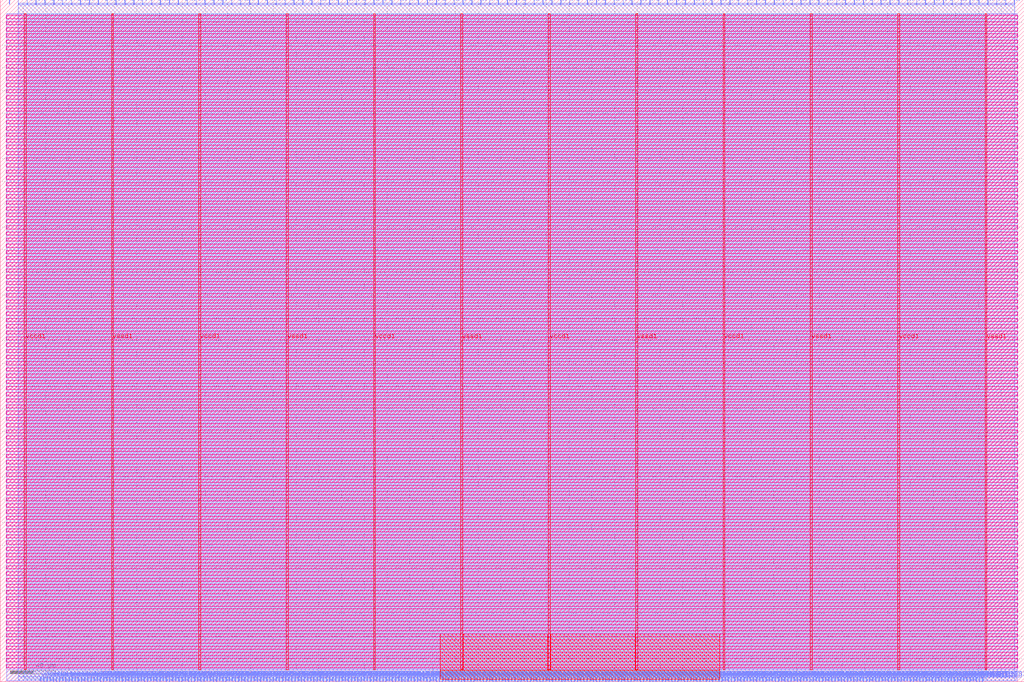
<source format=lef>
VERSION 5.7 ;
  NOWIREEXTENSIONATPIN ON ;
  DIVIDERCHAR "/" ;
  BUSBITCHARS "[]" ;
MACRO user_proj_example
  CLASS BLOCK ;
  FOREIGN user_proj_example ;
  ORIGIN 0.000 0.000 ;
  SIZE 900.000 BY 600.000 ;
  PIN io_in[0]
    DIRECTION INPUT ;
    USE SIGNAL ;
    PORT
      LAYER met2 ;
        RECT 7.910 596.000 8.190 600.000 ;
    END
  END io_in[0]
  PIN io_in[10]
    DIRECTION INPUT ;
    USE SIGNAL ;
    PORT
      LAYER met2 ;
        RECT 242.510 596.000 242.790 600.000 ;
    END
  END io_in[10]
  PIN io_in[11]
    DIRECTION INPUT ;
    USE SIGNAL ;
    PORT
      LAYER met2 ;
        RECT 265.970 596.000 266.250 600.000 ;
    END
  END io_in[11]
  PIN io_in[12]
    DIRECTION INPUT ;
    USE SIGNAL ;
    PORT
      LAYER met2 ;
        RECT 289.430 596.000 289.710 600.000 ;
    END
  END io_in[12]
  PIN io_in[13]
    DIRECTION INPUT ;
    USE SIGNAL ;
    PORT
      LAYER met2 ;
        RECT 312.890 596.000 313.170 600.000 ;
    END
  END io_in[13]
  PIN io_in[14]
    DIRECTION INPUT ;
    USE SIGNAL ;
    PORT
      LAYER met2 ;
        RECT 336.350 596.000 336.630 600.000 ;
    END
  END io_in[14]
  PIN io_in[15]
    DIRECTION INPUT ;
    USE SIGNAL ;
    PORT
      LAYER met2 ;
        RECT 359.810 596.000 360.090 600.000 ;
    END
  END io_in[15]
  PIN io_in[16]
    DIRECTION INPUT ;
    USE SIGNAL ;
    PORT
      LAYER met2 ;
        RECT 383.270 596.000 383.550 600.000 ;
    END
  END io_in[16]
  PIN io_in[17]
    DIRECTION INPUT ;
    USE SIGNAL ;
    PORT
      LAYER met2 ;
        RECT 406.730 596.000 407.010 600.000 ;
    END
  END io_in[17]
  PIN io_in[18]
    DIRECTION INPUT ;
    USE SIGNAL ;
    PORT
      LAYER met2 ;
        RECT 430.190 596.000 430.470 600.000 ;
    END
  END io_in[18]
  PIN io_in[19]
    DIRECTION INPUT ;
    USE SIGNAL ;
    PORT
      LAYER met2 ;
        RECT 453.650 596.000 453.930 600.000 ;
    END
  END io_in[19]
  PIN io_in[1]
    DIRECTION INPUT ;
    USE SIGNAL ;
    PORT
      LAYER met2 ;
        RECT 31.370 596.000 31.650 600.000 ;
    END
  END io_in[1]
  PIN io_in[20]
    DIRECTION INPUT ;
    USE SIGNAL ;
    PORT
      LAYER met2 ;
        RECT 477.110 596.000 477.390 600.000 ;
    END
  END io_in[20]
  PIN io_in[21]
    DIRECTION INPUT ;
    USE SIGNAL ;
    PORT
      LAYER met2 ;
        RECT 500.570 596.000 500.850 600.000 ;
    END
  END io_in[21]
  PIN io_in[22]
    DIRECTION INPUT ;
    USE SIGNAL ;
    PORT
      LAYER met2 ;
        RECT 524.030 596.000 524.310 600.000 ;
    END
  END io_in[22]
  PIN io_in[23]
    DIRECTION INPUT ;
    USE SIGNAL ;
    PORT
      LAYER met2 ;
        RECT 547.490 596.000 547.770 600.000 ;
    END
  END io_in[23]
  PIN io_in[24]
    DIRECTION INPUT ;
    USE SIGNAL ;
    PORT
      LAYER met2 ;
        RECT 570.950 596.000 571.230 600.000 ;
    END
  END io_in[24]
  PIN io_in[25]
    DIRECTION INPUT ;
    USE SIGNAL ;
    PORT
      LAYER met2 ;
        RECT 594.410 596.000 594.690 600.000 ;
    END
  END io_in[25]
  PIN io_in[26]
    DIRECTION INPUT ;
    USE SIGNAL ;
    PORT
      LAYER met2 ;
        RECT 617.870 596.000 618.150 600.000 ;
    END
  END io_in[26]
  PIN io_in[27]
    DIRECTION INPUT ;
    USE SIGNAL ;
    PORT
      LAYER met2 ;
        RECT 641.330 596.000 641.610 600.000 ;
    END
  END io_in[27]
  PIN io_in[28]
    DIRECTION INPUT ;
    USE SIGNAL ;
    PORT
      LAYER met2 ;
        RECT 664.790 596.000 665.070 600.000 ;
    END
  END io_in[28]
  PIN io_in[29]
    DIRECTION INPUT ;
    USE SIGNAL ;
    PORT
      LAYER met2 ;
        RECT 688.250 596.000 688.530 600.000 ;
    END
  END io_in[29]
  PIN io_in[2]
    DIRECTION INPUT ;
    USE SIGNAL ;
    PORT
      LAYER met2 ;
        RECT 54.830 596.000 55.110 600.000 ;
    END
  END io_in[2]
  PIN io_in[30]
    DIRECTION INPUT ;
    USE SIGNAL ;
    PORT
      LAYER met2 ;
        RECT 711.710 596.000 711.990 600.000 ;
    END
  END io_in[30]
  PIN io_in[31]
    DIRECTION INPUT ;
    USE SIGNAL ;
    PORT
      LAYER met2 ;
        RECT 735.170 596.000 735.450 600.000 ;
    END
  END io_in[31]
  PIN io_in[32]
    DIRECTION INPUT ;
    USE SIGNAL ;
    PORT
      LAYER met2 ;
        RECT 758.630 596.000 758.910 600.000 ;
    END
  END io_in[32]
  PIN io_in[33]
    DIRECTION INPUT ;
    USE SIGNAL ;
    PORT
      LAYER met2 ;
        RECT 782.090 596.000 782.370 600.000 ;
    END
  END io_in[33]
  PIN io_in[34]
    DIRECTION INPUT ;
    USE SIGNAL ;
    PORT
      LAYER met2 ;
        RECT 805.550 596.000 805.830 600.000 ;
    END
  END io_in[34]
  PIN io_in[35]
    DIRECTION INPUT ;
    USE SIGNAL ;
    PORT
      LAYER met2 ;
        RECT 829.010 596.000 829.290 600.000 ;
    END
  END io_in[35]
  PIN io_in[36]
    DIRECTION INPUT ;
    USE SIGNAL ;
    PORT
      LAYER met2 ;
        RECT 852.470 596.000 852.750 600.000 ;
    END
  END io_in[36]
  PIN io_in[37]
    DIRECTION INPUT ;
    USE SIGNAL ;
    PORT
      LAYER met2 ;
        RECT 875.930 596.000 876.210 600.000 ;
    END
  END io_in[37]
  PIN io_in[3]
    DIRECTION INPUT ;
    USE SIGNAL ;
    PORT
      LAYER met2 ;
        RECT 78.290 596.000 78.570 600.000 ;
    END
  END io_in[3]
  PIN io_in[4]
    DIRECTION INPUT ;
    USE SIGNAL ;
    PORT
      LAYER met2 ;
        RECT 101.750 596.000 102.030 600.000 ;
    END
  END io_in[4]
  PIN io_in[5]
    DIRECTION INPUT ;
    USE SIGNAL ;
    PORT
      LAYER met2 ;
        RECT 125.210 596.000 125.490 600.000 ;
    END
  END io_in[5]
  PIN io_in[6]
    DIRECTION INPUT ;
    USE SIGNAL ;
    PORT
      LAYER met2 ;
        RECT 148.670 596.000 148.950 600.000 ;
    END
  END io_in[6]
  PIN io_in[7]
    DIRECTION INPUT ;
    USE SIGNAL ;
    PORT
      LAYER met2 ;
        RECT 172.130 596.000 172.410 600.000 ;
    END
  END io_in[7]
  PIN io_in[8]
    DIRECTION INPUT ;
    USE SIGNAL ;
    PORT
      LAYER met2 ;
        RECT 195.590 596.000 195.870 600.000 ;
    END
  END io_in[8]
  PIN io_in[9]
    DIRECTION INPUT ;
    USE SIGNAL ;
    PORT
      LAYER met2 ;
        RECT 219.050 596.000 219.330 600.000 ;
    END
  END io_in[9]
  PIN io_oeb[0]
    DIRECTION OUTPUT TRISTATE ;
    USE SIGNAL ;
    PORT
      LAYER met2 ;
        RECT 15.730 596.000 16.010 600.000 ;
    END
  END io_oeb[0]
  PIN io_oeb[10]
    DIRECTION OUTPUT TRISTATE ;
    USE SIGNAL ;
    PORT
      LAYER met2 ;
        RECT 250.330 596.000 250.610 600.000 ;
    END
  END io_oeb[10]
  PIN io_oeb[11]
    DIRECTION OUTPUT TRISTATE ;
    USE SIGNAL ;
    PORT
      LAYER met2 ;
        RECT 273.790 596.000 274.070 600.000 ;
    END
  END io_oeb[11]
  PIN io_oeb[12]
    DIRECTION OUTPUT TRISTATE ;
    USE SIGNAL ;
    PORT
      LAYER met2 ;
        RECT 297.250 596.000 297.530 600.000 ;
    END
  END io_oeb[12]
  PIN io_oeb[13]
    DIRECTION OUTPUT TRISTATE ;
    USE SIGNAL ;
    PORT
      LAYER met2 ;
        RECT 320.710 596.000 320.990 600.000 ;
    END
  END io_oeb[13]
  PIN io_oeb[14]
    DIRECTION OUTPUT TRISTATE ;
    USE SIGNAL ;
    PORT
      LAYER met2 ;
        RECT 344.170 596.000 344.450 600.000 ;
    END
  END io_oeb[14]
  PIN io_oeb[15]
    DIRECTION OUTPUT TRISTATE ;
    USE SIGNAL ;
    PORT
      LAYER met2 ;
        RECT 367.630 596.000 367.910 600.000 ;
    END
  END io_oeb[15]
  PIN io_oeb[16]
    DIRECTION OUTPUT TRISTATE ;
    USE SIGNAL ;
    PORT
      LAYER met2 ;
        RECT 391.090 596.000 391.370 600.000 ;
    END
  END io_oeb[16]
  PIN io_oeb[17]
    DIRECTION OUTPUT TRISTATE ;
    USE SIGNAL ;
    PORT
      LAYER met2 ;
        RECT 414.550 596.000 414.830 600.000 ;
    END
  END io_oeb[17]
  PIN io_oeb[18]
    DIRECTION OUTPUT TRISTATE ;
    USE SIGNAL ;
    PORT
      LAYER met2 ;
        RECT 438.010 596.000 438.290 600.000 ;
    END
  END io_oeb[18]
  PIN io_oeb[19]
    DIRECTION OUTPUT TRISTATE ;
    USE SIGNAL ;
    PORT
      LAYER met2 ;
        RECT 461.470 596.000 461.750 600.000 ;
    END
  END io_oeb[19]
  PIN io_oeb[1]
    DIRECTION OUTPUT TRISTATE ;
    USE SIGNAL ;
    PORT
      LAYER met2 ;
        RECT 39.190 596.000 39.470 600.000 ;
    END
  END io_oeb[1]
  PIN io_oeb[20]
    DIRECTION OUTPUT TRISTATE ;
    USE SIGNAL ;
    PORT
      LAYER met2 ;
        RECT 484.930 596.000 485.210 600.000 ;
    END
  END io_oeb[20]
  PIN io_oeb[21]
    DIRECTION OUTPUT TRISTATE ;
    USE SIGNAL ;
    PORT
      LAYER met2 ;
        RECT 508.390 596.000 508.670 600.000 ;
    END
  END io_oeb[21]
  PIN io_oeb[22]
    DIRECTION OUTPUT TRISTATE ;
    USE SIGNAL ;
    PORT
      LAYER met2 ;
        RECT 531.850 596.000 532.130 600.000 ;
    END
  END io_oeb[22]
  PIN io_oeb[23]
    DIRECTION OUTPUT TRISTATE ;
    USE SIGNAL ;
    PORT
      LAYER met2 ;
        RECT 555.310 596.000 555.590 600.000 ;
    END
  END io_oeb[23]
  PIN io_oeb[24]
    DIRECTION OUTPUT TRISTATE ;
    USE SIGNAL ;
    PORT
      LAYER met2 ;
        RECT 578.770 596.000 579.050 600.000 ;
    END
  END io_oeb[24]
  PIN io_oeb[25]
    DIRECTION OUTPUT TRISTATE ;
    USE SIGNAL ;
    PORT
      LAYER met2 ;
        RECT 602.230 596.000 602.510 600.000 ;
    END
  END io_oeb[25]
  PIN io_oeb[26]
    DIRECTION OUTPUT TRISTATE ;
    USE SIGNAL ;
    PORT
      LAYER met2 ;
        RECT 625.690 596.000 625.970 600.000 ;
    END
  END io_oeb[26]
  PIN io_oeb[27]
    DIRECTION OUTPUT TRISTATE ;
    USE SIGNAL ;
    PORT
      LAYER met2 ;
        RECT 649.150 596.000 649.430 600.000 ;
    END
  END io_oeb[27]
  PIN io_oeb[28]
    DIRECTION OUTPUT TRISTATE ;
    USE SIGNAL ;
    PORT
      LAYER met2 ;
        RECT 672.610 596.000 672.890 600.000 ;
    END
  END io_oeb[28]
  PIN io_oeb[29]
    DIRECTION OUTPUT TRISTATE ;
    USE SIGNAL ;
    PORT
      LAYER met2 ;
        RECT 696.070 596.000 696.350 600.000 ;
    END
  END io_oeb[29]
  PIN io_oeb[2]
    DIRECTION OUTPUT TRISTATE ;
    USE SIGNAL ;
    PORT
      LAYER met2 ;
        RECT 62.650 596.000 62.930 600.000 ;
    END
  END io_oeb[2]
  PIN io_oeb[30]
    DIRECTION OUTPUT TRISTATE ;
    USE SIGNAL ;
    PORT
      LAYER met2 ;
        RECT 719.530 596.000 719.810 600.000 ;
    END
  END io_oeb[30]
  PIN io_oeb[31]
    DIRECTION OUTPUT TRISTATE ;
    USE SIGNAL ;
    PORT
      LAYER met2 ;
        RECT 742.990 596.000 743.270 600.000 ;
    END
  END io_oeb[31]
  PIN io_oeb[32]
    DIRECTION OUTPUT TRISTATE ;
    USE SIGNAL ;
    PORT
      LAYER met2 ;
        RECT 766.450 596.000 766.730 600.000 ;
    END
  END io_oeb[32]
  PIN io_oeb[33]
    DIRECTION OUTPUT TRISTATE ;
    USE SIGNAL ;
    PORT
      LAYER met2 ;
        RECT 789.910 596.000 790.190 600.000 ;
    END
  END io_oeb[33]
  PIN io_oeb[34]
    DIRECTION OUTPUT TRISTATE ;
    USE SIGNAL ;
    PORT
      LAYER met2 ;
        RECT 813.370 596.000 813.650 600.000 ;
    END
  END io_oeb[34]
  PIN io_oeb[35]
    DIRECTION OUTPUT TRISTATE ;
    USE SIGNAL ;
    PORT
      LAYER met2 ;
        RECT 836.830 596.000 837.110 600.000 ;
    END
  END io_oeb[35]
  PIN io_oeb[36]
    DIRECTION OUTPUT TRISTATE ;
    USE SIGNAL ;
    PORT
      LAYER met2 ;
        RECT 860.290 596.000 860.570 600.000 ;
    END
  END io_oeb[36]
  PIN io_oeb[37]
    DIRECTION OUTPUT TRISTATE ;
    USE SIGNAL ;
    PORT
      LAYER met2 ;
        RECT 883.750 596.000 884.030 600.000 ;
    END
  END io_oeb[37]
  PIN io_oeb[3]
    DIRECTION OUTPUT TRISTATE ;
    USE SIGNAL ;
    PORT
      LAYER met2 ;
        RECT 86.110 596.000 86.390 600.000 ;
    END
  END io_oeb[3]
  PIN io_oeb[4]
    DIRECTION OUTPUT TRISTATE ;
    USE SIGNAL ;
    PORT
      LAYER met2 ;
        RECT 109.570 596.000 109.850 600.000 ;
    END
  END io_oeb[4]
  PIN io_oeb[5]
    DIRECTION OUTPUT TRISTATE ;
    USE SIGNAL ;
    PORT
      LAYER met2 ;
        RECT 133.030 596.000 133.310 600.000 ;
    END
  END io_oeb[5]
  PIN io_oeb[6]
    DIRECTION OUTPUT TRISTATE ;
    USE SIGNAL ;
    PORT
      LAYER met2 ;
        RECT 156.490 596.000 156.770 600.000 ;
    END
  END io_oeb[6]
  PIN io_oeb[7]
    DIRECTION OUTPUT TRISTATE ;
    USE SIGNAL ;
    PORT
      LAYER met2 ;
        RECT 179.950 596.000 180.230 600.000 ;
    END
  END io_oeb[7]
  PIN io_oeb[8]
    DIRECTION OUTPUT TRISTATE ;
    USE SIGNAL ;
    PORT
      LAYER met2 ;
        RECT 203.410 596.000 203.690 600.000 ;
    END
  END io_oeb[8]
  PIN io_oeb[9]
    DIRECTION OUTPUT TRISTATE ;
    USE SIGNAL ;
    PORT
      LAYER met2 ;
        RECT 226.870 596.000 227.150 600.000 ;
    END
  END io_oeb[9]
  PIN io_out[0]
    DIRECTION OUTPUT TRISTATE ;
    USE SIGNAL ;
    PORT
      LAYER met2 ;
        RECT 23.550 596.000 23.830 600.000 ;
    END
  END io_out[0]
  PIN io_out[10]
    DIRECTION OUTPUT TRISTATE ;
    USE SIGNAL ;
    PORT
      LAYER met2 ;
        RECT 258.150 596.000 258.430 600.000 ;
    END
  END io_out[10]
  PIN io_out[11]
    DIRECTION OUTPUT TRISTATE ;
    USE SIGNAL ;
    PORT
      LAYER met2 ;
        RECT 281.610 596.000 281.890 600.000 ;
    END
  END io_out[11]
  PIN io_out[12]
    DIRECTION OUTPUT TRISTATE ;
    USE SIGNAL ;
    PORT
      LAYER met2 ;
        RECT 305.070 596.000 305.350 600.000 ;
    END
  END io_out[12]
  PIN io_out[13]
    DIRECTION OUTPUT TRISTATE ;
    USE SIGNAL ;
    PORT
      LAYER met2 ;
        RECT 328.530 596.000 328.810 600.000 ;
    END
  END io_out[13]
  PIN io_out[14]
    DIRECTION OUTPUT TRISTATE ;
    USE SIGNAL ;
    PORT
      LAYER met2 ;
        RECT 351.990 596.000 352.270 600.000 ;
    END
  END io_out[14]
  PIN io_out[15]
    DIRECTION OUTPUT TRISTATE ;
    USE SIGNAL ;
    PORT
      LAYER met2 ;
        RECT 375.450 596.000 375.730 600.000 ;
    END
  END io_out[15]
  PIN io_out[16]
    DIRECTION OUTPUT TRISTATE ;
    USE SIGNAL ;
    PORT
      LAYER met2 ;
        RECT 398.910 596.000 399.190 600.000 ;
    END
  END io_out[16]
  PIN io_out[17]
    DIRECTION OUTPUT TRISTATE ;
    USE SIGNAL ;
    PORT
      LAYER met2 ;
        RECT 422.370 596.000 422.650 600.000 ;
    END
  END io_out[17]
  PIN io_out[18]
    DIRECTION OUTPUT TRISTATE ;
    USE SIGNAL ;
    PORT
      LAYER met2 ;
        RECT 445.830 596.000 446.110 600.000 ;
    END
  END io_out[18]
  PIN io_out[19]
    DIRECTION OUTPUT TRISTATE ;
    USE SIGNAL ;
    PORT
      LAYER met2 ;
        RECT 469.290 596.000 469.570 600.000 ;
    END
  END io_out[19]
  PIN io_out[1]
    DIRECTION OUTPUT TRISTATE ;
    USE SIGNAL ;
    PORT
      LAYER met2 ;
        RECT 47.010 596.000 47.290 600.000 ;
    END
  END io_out[1]
  PIN io_out[20]
    DIRECTION OUTPUT TRISTATE ;
    USE SIGNAL ;
    PORT
      LAYER met2 ;
        RECT 492.750 596.000 493.030 600.000 ;
    END
  END io_out[20]
  PIN io_out[21]
    DIRECTION OUTPUT TRISTATE ;
    USE SIGNAL ;
    PORT
      LAYER met2 ;
        RECT 516.210 596.000 516.490 600.000 ;
    END
  END io_out[21]
  PIN io_out[22]
    DIRECTION OUTPUT TRISTATE ;
    USE SIGNAL ;
    PORT
      LAYER met2 ;
        RECT 539.670 596.000 539.950 600.000 ;
    END
  END io_out[22]
  PIN io_out[23]
    DIRECTION OUTPUT TRISTATE ;
    USE SIGNAL ;
    PORT
      LAYER met2 ;
        RECT 563.130 596.000 563.410 600.000 ;
    END
  END io_out[23]
  PIN io_out[24]
    DIRECTION OUTPUT TRISTATE ;
    USE SIGNAL ;
    PORT
      LAYER met2 ;
        RECT 586.590 596.000 586.870 600.000 ;
    END
  END io_out[24]
  PIN io_out[25]
    DIRECTION OUTPUT TRISTATE ;
    USE SIGNAL ;
    PORT
      LAYER met2 ;
        RECT 610.050 596.000 610.330 600.000 ;
    END
  END io_out[25]
  PIN io_out[26]
    DIRECTION OUTPUT TRISTATE ;
    USE SIGNAL ;
    PORT
      LAYER met2 ;
        RECT 633.510 596.000 633.790 600.000 ;
    END
  END io_out[26]
  PIN io_out[27]
    DIRECTION OUTPUT TRISTATE ;
    USE SIGNAL ;
    PORT
      LAYER met2 ;
        RECT 656.970 596.000 657.250 600.000 ;
    END
  END io_out[27]
  PIN io_out[28]
    DIRECTION OUTPUT TRISTATE ;
    USE SIGNAL ;
    PORT
      LAYER met2 ;
        RECT 680.430 596.000 680.710 600.000 ;
    END
  END io_out[28]
  PIN io_out[29]
    DIRECTION OUTPUT TRISTATE ;
    USE SIGNAL ;
    PORT
      LAYER met2 ;
        RECT 703.890 596.000 704.170 600.000 ;
    END
  END io_out[29]
  PIN io_out[2]
    DIRECTION OUTPUT TRISTATE ;
    USE SIGNAL ;
    PORT
      LAYER met2 ;
        RECT 70.470 596.000 70.750 600.000 ;
    END
  END io_out[2]
  PIN io_out[30]
    DIRECTION OUTPUT TRISTATE ;
    USE SIGNAL ;
    PORT
      LAYER met2 ;
        RECT 727.350 596.000 727.630 600.000 ;
    END
  END io_out[30]
  PIN io_out[31]
    DIRECTION OUTPUT TRISTATE ;
    USE SIGNAL ;
    PORT
      LAYER met2 ;
        RECT 750.810 596.000 751.090 600.000 ;
    END
  END io_out[31]
  PIN io_out[32]
    DIRECTION OUTPUT TRISTATE ;
    USE SIGNAL ;
    PORT
      LAYER met2 ;
        RECT 774.270 596.000 774.550 600.000 ;
    END
  END io_out[32]
  PIN io_out[33]
    DIRECTION OUTPUT TRISTATE ;
    USE SIGNAL ;
    PORT
      LAYER met2 ;
        RECT 797.730 596.000 798.010 600.000 ;
    END
  END io_out[33]
  PIN io_out[34]
    DIRECTION OUTPUT TRISTATE ;
    USE SIGNAL ;
    PORT
      LAYER met2 ;
        RECT 821.190 596.000 821.470 600.000 ;
    END
  END io_out[34]
  PIN io_out[35]
    DIRECTION OUTPUT TRISTATE ;
    USE SIGNAL ;
    PORT
      LAYER met2 ;
        RECT 844.650 596.000 844.930 600.000 ;
    END
  END io_out[35]
  PIN io_out[36]
    DIRECTION OUTPUT TRISTATE ;
    USE SIGNAL ;
    PORT
      LAYER met2 ;
        RECT 868.110 596.000 868.390 600.000 ;
    END
  END io_out[36]
  PIN io_out[37]
    DIRECTION OUTPUT TRISTATE ;
    USE SIGNAL ;
    PORT
      LAYER met2 ;
        RECT 891.570 596.000 891.850 600.000 ;
    END
  END io_out[37]
  PIN io_out[3]
    DIRECTION OUTPUT TRISTATE ;
    USE SIGNAL ;
    PORT
      LAYER met2 ;
        RECT 93.930 596.000 94.210 600.000 ;
    END
  END io_out[3]
  PIN io_out[4]
    DIRECTION OUTPUT TRISTATE ;
    USE SIGNAL ;
    PORT
      LAYER met2 ;
        RECT 117.390 596.000 117.670 600.000 ;
    END
  END io_out[4]
  PIN io_out[5]
    DIRECTION OUTPUT TRISTATE ;
    USE SIGNAL ;
    PORT
      LAYER met2 ;
        RECT 140.850 596.000 141.130 600.000 ;
    END
  END io_out[5]
  PIN io_out[6]
    DIRECTION OUTPUT TRISTATE ;
    USE SIGNAL ;
    PORT
      LAYER met2 ;
        RECT 164.310 596.000 164.590 600.000 ;
    END
  END io_out[6]
  PIN io_out[7]
    DIRECTION OUTPUT TRISTATE ;
    USE SIGNAL ;
    PORT
      LAYER met2 ;
        RECT 187.770 596.000 188.050 600.000 ;
    END
  END io_out[7]
  PIN io_out[8]
    DIRECTION OUTPUT TRISTATE ;
    USE SIGNAL ;
    PORT
      LAYER met2 ;
        RECT 211.230 596.000 211.510 600.000 ;
    END
  END io_out[8]
  PIN io_out[9]
    DIRECTION OUTPUT TRISTATE ;
    USE SIGNAL ;
    PORT
      LAYER met2 ;
        RECT 234.690 596.000 234.970 600.000 ;
    END
  END io_out[9]
  PIN irq[0]
    DIRECTION OUTPUT TRISTATE ;
    USE SIGNAL ;
    PORT
      LAYER met2 ;
        RECT 857.990 0.000 858.270 4.000 ;
    END
  END irq[0]
  PIN irq[1]
    DIRECTION OUTPUT TRISTATE ;
    USE SIGNAL ;
    PORT
      LAYER met2 ;
        RECT 860.750 0.000 861.030 4.000 ;
    END
  END irq[1]
  PIN irq[2]
    DIRECTION OUTPUT TRISTATE ;
    USE SIGNAL ;
    PORT
      LAYER met2 ;
        RECT 863.510 0.000 863.790 4.000 ;
    END
  END irq[2]
  PIN la_data_in[0]
    DIRECTION INPUT ;
    USE SIGNAL ;
    PORT
      LAYER met2 ;
        RECT 328.070 0.000 328.350 4.000 ;
    END
  END la_data_in[0]
  PIN la_data_in[10]
    DIRECTION INPUT ;
    USE SIGNAL ;
    PORT
      LAYER met2 ;
        RECT 410.870 0.000 411.150 4.000 ;
    END
  END la_data_in[10]
  PIN la_data_in[11]
    DIRECTION INPUT ;
    USE SIGNAL ;
    PORT
      LAYER met2 ;
        RECT 419.150 0.000 419.430 4.000 ;
    END
  END la_data_in[11]
  PIN la_data_in[12]
    DIRECTION INPUT ;
    USE SIGNAL ;
    PORT
      LAYER met2 ;
        RECT 427.430 0.000 427.710 4.000 ;
    END
  END la_data_in[12]
  PIN la_data_in[13]
    DIRECTION INPUT ;
    USE SIGNAL ;
    PORT
      LAYER met2 ;
        RECT 435.710 0.000 435.990 4.000 ;
    END
  END la_data_in[13]
  PIN la_data_in[14]
    DIRECTION INPUT ;
    USE SIGNAL ;
    PORT
      LAYER met2 ;
        RECT 443.990 0.000 444.270 4.000 ;
    END
  END la_data_in[14]
  PIN la_data_in[15]
    DIRECTION INPUT ;
    USE SIGNAL ;
    PORT
      LAYER met2 ;
        RECT 452.270 0.000 452.550 4.000 ;
    END
  END la_data_in[15]
  PIN la_data_in[16]
    DIRECTION INPUT ;
    USE SIGNAL ;
    PORT
      LAYER met2 ;
        RECT 460.550 0.000 460.830 4.000 ;
    END
  END la_data_in[16]
  PIN la_data_in[17]
    DIRECTION INPUT ;
    USE SIGNAL ;
    PORT
      LAYER met2 ;
        RECT 468.830 0.000 469.110 4.000 ;
    END
  END la_data_in[17]
  PIN la_data_in[18]
    DIRECTION INPUT ;
    USE SIGNAL ;
    PORT
      LAYER met2 ;
        RECT 477.110 0.000 477.390 4.000 ;
    END
  END la_data_in[18]
  PIN la_data_in[19]
    DIRECTION INPUT ;
    USE SIGNAL ;
    PORT
      LAYER met2 ;
        RECT 485.390 0.000 485.670 4.000 ;
    END
  END la_data_in[19]
  PIN la_data_in[1]
    DIRECTION INPUT ;
    USE SIGNAL ;
    PORT
      LAYER met2 ;
        RECT 336.350 0.000 336.630 4.000 ;
    END
  END la_data_in[1]
  PIN la_data_in[20]
    DIRECTION INPUT ;
    USE SIGNAL ;
    PORT
      LAYER met2 ;
        RECT 493.670 0.000 493.950 4.000 ;
    END
  END la_data_in[20]
  PIN la_data_in[21]
    DIRECTION INPUT ;
    USE SIGNAL ;
    PORT
      LAYER met2 ;
        RECT 501.950 0.000 502.230 4.000 ;
    END
  END la_data_in[21]
  PIN la_data_in[22]
    DIRECTION INPUT ;
    USE SIGNAL ;
    PORT
      LAYER met2 ;
        RECT 510.230 0.000 510.510 4.000 ;
    END
  END la_data_in[22]
  PIN la_data_in[23]
    DIRECTION INPUT ;
    USE SIGNAL ;
    PORT
      LAYER met2 ;
        RECT 518.510 0.000 518.790 4.000 ;
    END
  END la_data_in[23]
  PIN la_data_in[24]
    DIRECTION INPUT ;
    USE SIGNAL ;
    PORT
      LAYER met2 ;
        RECT 526.790 0.000 527.070 4.000 ;
    END
  END la_data_in[24]
  PIN la_data_in[25]
    DIRECTION INPUT ;
    USE SIGNAL ;
    PORT
      LAYER met2 ;
        RECT 535.070 0.000 535.350 4.000 ;
    END
  END la_data_in[25]
  PIN la_data_in[26]
    DIRECTION INPUT ;
    USE SIGNAL ;
    PORT
      LAYER met2 ;
        RECT 543.350 0.000 543.630 4.000 ;
    END
  END la_data_in[26]
  PIN la_data_in[27]
    DIRECTION INPUT ;
    USE SIGNAL ;
    PORT
      LAYER met2 ;
        RECT 551.630 0.000 551.910 4.000 ;
    END
  END la_data_in[27]
  PIN la_data_in[28]
    DIRECTION INPUT ;
    USE SIGNAL ;
    PORT
      LAYER met2 ;
        RECT 559.910 0.000 560.190 4.000 ;
    END
  END la_data_in[28]
  PIN la_data_in[29]
    DIRECTION INPUT ;
    USE SIGNAL ;
    PORT
      LAYER met2 ;
        RECT 568.190 0.000 568.470 4.000 ;
    END
  END la_data_in[29]
  PIN la_data_in[2]
    DIRECTION INPUT ;
    USE SIGNAL ;
    PORT
      LAYER met2 ;
        RECT 344.630 0.000 344.910 4.000 ;
    END
  END la_data_in[2]
  PIN la_data_in[30]
    DIRECTION INPUT ;
    USE SIGNAL ;
    PORT
      LAYER met2 ;
        RECT 576.470 0.000 576.750 4.000 ;
    END
  END la_data_in[30]
  PIN la_data_in[31]
    DIRECTION INPUT ;
    USE SIGNAL ;
    PORT
      LAYER met2 ;
        RECT 584.750 0.000 585.030 4.000 ;
    END
  END la_data_in[31]
  PIN la_data_in[32]
    DIRECTION INPUT ;
    USE SIGNAL ;
    PORT
      LAYER met2 ;
        RECT 593.030 0.000 593.310 4.000 ;
    END
  END la_data_in[32]
  PIN la_data_in[33]
    DIRECTION INPUT ;
    USE SIGNAL ;
    PORT
      LAYER met2 ;
        RECT 601.310 0.000 601.590 4.000 ;
    END
  END la_data_in[33]
  PIN la_data_in[34]
    DIRECTION INPUT ;
    USE SIGNAL ;
    PORT
      LAYER met2 ;
        RECT 609.590 0.000 609.870 4.000 ;
    END
  END la_data_in[34]
  PIN la_data_in[35]
    DIRECTION INPUT ;
    USE SIGNAL ;
    PORT
      LAYER met2 ;
        RECT 617.870 0.000 618.150 4.000 ;
    END
  END la_data_in[35]
  PIN la_data_in[36]
    DIRECTION INPUT ;
    USE SIGNAL ;
    PORT
      LAYER met2 ;
        RECT 626.150 0.000 626.430 4.000 ;
    END
  END la_data_in[36]
  PIN la_data_in[37]
    DIRECTION INPUT ;
    USE SIGNAL ;
    PORT
      LAYER met2 ;
        RECT 634.430 0.000 634.710 4.000 ;
    END
  END la_data_in[37]
  PIN la_data_in[38]
    DIRECTION INPUT ;
    USE SIGNAL ;
    PORT
      LAYER met2 ;
        RECT 642.710 0.000 642.990 4.000 ;
    END
  END la_data_in[38]
  PIN la_data_in[39]
    DIRECTION INPUT ;
    USE SIGNAL ;
    PORT
      LAYER met2 ;
        RECT 650.990 0.000 651.270 4.000 ;
    END
  END la_data_in[39]
  PIN la_data_in[3]
    DIRECTION INPUT ;
    USE SIGNAL ;
    PORT
      LAYER met2 ;
        RECT 352.910 0.000 353.190 4.000 ;
    END
  END la_data_in[3]
  PIN la_data_in[40]
    DIRECTION INPUT ;
    USE SIGNAL ;
    PORT
      LAYER met2 ;
        RECT 659.270 0.000 659.550 4.000 ;
    END
  END la_data_in[40]
  PIN la_data_in[41]
    DIRECTION INPUT ;
    USE SIGNAL ;
    PORT
      LAYER met2 ;
        RECT 667.550 0.000 667.830 4.000 ;
    END
  END la_data_in[41]
  PIN la_data_in[42]
    DIRECTION INPUT ;
    USE SIGNAL ;
    PORT
      LAYER met2 ;
        RECT 675.830 0.000 676.110 4.000 ;
    END
  END la_data_in[42]
  PIN la_data_in[43]
    DIRECTION INPUT ;
    USE SIGNAL ;
    PORT
      LAYER met2 ;
        RECT 684.110 0.000 684.390 4.000 ;
    END
  END la_data_in[43]
  PIN la_data_in[44]
    DIRECTION INPUT ;
    USE SIGNAL ;
    PORT
      LAYER met2 ;
        RECT 692.390 0.000 692.670 4.000 ;
    END
  END la_data_in[44]
  PIN la_data_in[45]
    DIRECTION INPUT ;
    USE SIGNAL ;
    PORT
      LAYER met2 ;
        RECT 700.670 0.000 700.950 4.000 ;
    END
  END la_data_in[45]
  PIN la_data_in[46]
    DIRECTION INPUT ;
    USE SIGNAL ;
    PORT
      LAYER met2 ;
        RECT 708.950 0.000 709.230 4.000 ;
    END
  END la_data_in[46]
  PIN la_data_in[47]
    DIRECTION INPUT ;
    USE SIGNAL ;
    PORT
      LAYER met2 ;
        RECT 717.230 0.000 717.510 4.000 ;
    END
  END la_data_in[47]
  PIN la_data_in[48]
    DIRECTION INPUT ;
    USE SIGNAL ;
    PORT
      LAYER met2 ;
        RECT 725.510 0.000 725.790 4.000 ;
    END
  END la_data_in[48]
  PIN la_data_in[49]
    DIRECTION INPUT ;
    USE SIGNAL ;
    PORT
      LAYER met2 ;
        RECT 733.790 0.000 734.070 4.000 ;
    END
  END la_data_in[49]
  PIN la_data_in[4]
    DIRECTION INPUT ;
    USE SIGNAL ;
    PORT
      LAYER met2 ;
        RECT 361.190 0.000 361.470 4.000 ;
    END
  END la_data_in[4]
  PIN la_data_in[50]
    DIRECTION INPUT ;
    USE SIGNAL ;
    PORT
      LAYER met2 ;
        RECT 742.070 0.000 742.350 4.000 ;
    END
  END la_data_in[50]
  PIN la_data_in[51]
    DIRECTION INPUT ;
    USE SIGNAL ;
    PORT
      LAYER met2 ;
        RECT 750.350 0.000 750.630 4.000 ;
    END
  END la_data_in[51]
  PIN la_data_in[52]
    DIRECTION INPUT ;
    USE SIGNAL ;
    PORT
      LAYER met2 ;
        RECT 758.630 0.000 758.910 4.000 ;
    END
  END la_data_in[52]
  PIN la_data_in[53]
    DIRECTION INPUT ;
    USE SIGNAL ;
    PORT
      LAYER met2 ;
        RECT 766.910 0.000 767.190 4.000 ;
    END
  END la_data_in[53]
  PIN la_data_in[54]
    DIRECTION INPUT ;
    USE SIGNAL ;
    PORT
      LAYER met2 ;
        RECT 775.190 0.000 775.470 4.000 ;
    END
  END la_data_in[54]
  PIN la_data_in[55]
    DIRECTION INPUT ;
    USE SIGNAL ;
    PORT
      LAYER met2 ;
        RECT 783.470 0.000 783.750 4.000 ;
    END
  END la_data_in[55]
  PIN la_data_in[56]
    DIRECTION INPUT ;
    USE SIGNAL ;
    PORT
      LAYER met2 ;
        RECT 791.750 0.000 792.030 4.000 ;
    END
  END la_data_in[56]
  PIN la_data_in[57]
    DIRECTION INPUT ;
    USE SIGNAL ;
    PORT
      LAYER met2 ;
        RECT 800.030 0.000 800.310 4.000 ;
    END
  END la_data_in[57]
  PIN la_data_in[58]
    DIRECTION INPUT ;
    USE SIGNAL ;
    PORT
      LAYER met2 ;
        RECT 808.310 0.000 808.590 4.000 ;
    END
  END la_data_in[58]
  PIN la_data_in[59]
    DIRECTION INPUT ;
    USE SIGNAL ;
    PORT
      LAYER met2 ;
        RECT 816.590 0.000 816.870 4.000 ;
    END
  END la_data_in[59]
  PIN la_data_in[5]
    DIRECTION INPUT ;
    USE SIGNAL ;
    PORT
      LAYER met2 ;
        RECT 369.470 0.000 369.750 4.000 ;
    END
  END la_data_in[5]
  PIN la_data_in[60]
    DIRECTION INPUT ;
    USE SIGNAL ;
    PORT
      LAYER met2 ;
        RECT 824.870 0.000 825.150 4.000 ;
    END
  END la_data_in[60]
  PIN la_data_in[61]
    DIRECTION INPUT ;
    USE SIGNAL ;
    PORT
      LAYER met2 ;
        RECT 833.150 0.000 833.430 4.000 ;
    END
  END la_data_in[61]
  PIN la_data_in[62]
    DIRECTION INPUT ;
    USE SIGNAL ;
    PORT
      LAYER met2 ;
        RECT 841.430 0.000 841.710 4.000 ;
    END
  END la_data_in[62]
  PIN la_data_in[63]
    DIRECTION INPUT ;
    USE SIGNAL ;
    PORT
      LAYER met2 ;
        RECT 849.710 0.000 849.990 4.000 ;
    END
  END la_data_in[63]
  PIN la_data_in[6]
    DIRECTION INPUT ;
    USE SIGNAL ;
    PORT
      LAYER met2 ;
        RECT 377.750 0.000 378.030 4.000 ;
    END
  END la_data_in[6]
  PIN la_data_in[7]
    DIRECTION INPUT ;
    USE SIGNAL ;
    PORT
      LAYER met2 ;
        RECT 386.030 0.000 386.310 4.000 ;
    END
  END la_data_in[7]
  PIN la_data_in[8]
    DIRECTION INPUT ;
    USE SIGNAL ;
    PORT
      LAYER met2 ;
        RECT 394.310 0.000 394.590 4.000 ;
    END
  END la_data_in[8]
  PIN la_data_in[9]
    DIRECTION INPUT ;
    USE SIGNAL ;
    PORT
      LAYER met2 ;
        RECT 402.590 0.000 402.870 4.000 ;
    END
  END la_data_in[9]
  PIN la_data_out[0]
    DIRECTION OUTPUT TRISTATE ;
    USE SIGNAL ;
    PORT
      LAYER met2 ;
        RECT 330.830 0.000 331.110 4.000 ;
    END
  END la_data_out[0]
  PIN la_data_out[10]
    DIRECTION OUTPUT TRISTATE ;
    USE SIGNAL ;
    PORT
      LAYER met2 ;
        RECT 413.630 0.000 413.910 4.000 ;
    END
  END la_data_out[10]
  PIN la_data_out[11]
    DIRECTION OUTPUT TRISTATE ;
    USE SIGNAL ;
    PORT
      LAYER met2 ;
        RECT 421.910 0.000 422.190 4.000 ;
    END
  END la_data_out[11]
  PIN la_data_out[12]
    DIRECTION OUTPUT TRISTATE ;
    USE SIGNAL ;
    PORT
      LAYER met2 ;
        RECT 430.190 0.000 430.470 4.000 ;
    END
  END la_data_out[12]
  PIN la_data_out[13]
    DIRECTION OUTPUT TRISTATE ;
    USE SIGNAL ;
    PORT
      LAYER met2 ;
        RECT 438.470 0.000 438.750 4.000 ;
    END
  END la_data_out[13]
  PIN la_data_out[14]
    DIRECTION OUTPUT TRISTATE ;
    USE SIGNAL ;
    PORT
      LAYER met2 ;
        RECT 446.750 0.000 447.030 4.000 ;
    END
  END la_data_out[14]
  PIN la_data_out[15]
    DIRECTION OUTPUT TRISTATE ;
    USE SIGNAL ;
    PORT
      LAYER met2 ;
        RECT 455.030 0.000 455.310 4.000 ;
    END
  END la_data_out[15]
  PIN la_data_out[16]
    DIRECTION OUTPUT TRISTATE ;
    USE SIGNAL ;
    PORT
      LAYER met2 ;
        RECT 463.310 0.000 463.590 4.000 ;
    END
  END la_data_out[16]
  PIN la_data_out[17]
    DIRECTION OUTPUT TRISTATE ;
    USE SIGNAL ;
    PORT
      LAYER met2 ;
        RECT 471.590 0.000 471.870 4.000 ;
    END
  END la_data_out[17]
  PIN la_data_out[18]
    DIRECTION OUTPUT TRISTATE ;
    USE SIGNAL ;
    PORT
      LAYER met2 ;
        RECT 479.870 0.000 480.150 4.000 ;
    END
  END la_data_out[18]
  PIN la_data_out[19]
    DIRECTION OUTPUT TRISTATE ;
    USE SIGNAL ;
    PORT
      LAYER met2 ;
        RECT 488.150 0.000 488.430 4.000 ;
    END
  END la_data_out[19]
  PIN la_data_out[1]
    DIRECTION OUTPUT TRISTATE ;
    USE SIGNAL ;
    PORT
      LAYER met2 ;
        RECT 339.110 0.000 339.390 4.000 ;
    END
  END la_data_out[1]
  PIN la_data_out[20]
    DIRECTION OUTPUT TRISTATE ;
    USE SIGNAL ;
    PORT
      LAYER met2 ;
        RECT 496.430 0.000 496.710 4.000 ;
    END
  END la_data_out[20]
  PIN la_data_out[21]
    DIRECTION OUTPUT TRISTATE ;
    USE SIGNAL ;
    PORT
      LAYER met2 ;
        RECT 504.710 0.000 504.990 4.000 ;
    END
  END la_data_out[21]
  PIN la_data_out[22]
    DIRECTION OUTPUT TRISTATE ;
    USE SIGNAL ;
    PORT
      LAYER met2 ;
        RECT 512.990 0.000 513.270 4.000 ;
    END
  END la_data_out[22]
  PIN la_data_out[23]
    DIRECTION OUTPUT TRISTATE ;
    USE SIGNAL ;
    PORT
      LAYER met2 ;
        RECT 521.270 0.000 521.550 4.000 ;
    END
  END la_data_out[23]
  PIN la_data_out[24]
    DIRECTION OUTPUT TRISTATE ;
    USE SIGNAL ;
    PORT
      LAYER met2 ;
        RECT 529.550 0.000 529.830 4.000 ;
    END
  END la_data_out[24]
  PIN la_data_out[25]
    DIRECTION OUTPUT TRISTATE ;
    USE SIGNAL ;
    PORT
      LAYER met2 ;
        RECT 537.830 0.000 538.110 4.000 ;
    END
  END la_data_out[25]
  PIN la_data_out[26]
    DIRECTION OUTPUT TRISTATE ;
    USE SIGNAL ;
    PORT
      LAYER met2 ;
        RECT 546.110 0.000 546.390 4.000 ;
    END
  END la_data_out[26]
  PIN la_data_out[27]
    DIRECTION OUTPUT TRISTATE ;
    USE SIGNAL ;
    PORT
      LAYER met2 ;
        RECT 554.390 0.000 554.670 4.000 ;
    END
  END la_data_out[27]
  PIN la_data_out[28]
    DIRECTION OUTPUT TRISTATE ;
    USE SIGNAL ;
    PORT
      LAYER met2 ;
        RECT 562.670 0.000 562.950 4.000 ;
    END
  END la_data_out[28]
  PIN la_data_out[29]
    DIRECTION OUTPUT TRISTATE ;
    USE SIGNAL ;
    PORT
      LAYER met2 ;
        RECT 570.950 0.000 571.230 4.000 ;
    END
  END la_data_out[29]
  PIN la_data_out[2]
    DIRECTION OUTPUT TRISTATE ;
    USE SIGNAL ;
    PORT
      LAYER met2 ;
        RECT 347.390 0.000 347.670 4.000 ;
    END
  END la_data_out[2]
  PIN la_data_out[30]
    DIRECTION OUTPUT TRISTATE ;
    USE SIGNAL ;
    PORT
      LAYER met2 ;
        RECT 579.230 0.000 579.510 4.000 ;
    END
  END la_data_out[30]
  PIN la_data_out[31]
    DIRECTION OUTPUT TRISTATE ;
    USE SIGNAL ;
    PORT
      LAYER met2 ;
        RECT 587.510 0.000 587.790 4.000 ;
    END
  END la_data_out[31]
  PIN la_data_out[32]
    DIRECTION OUTPUT TRISTATE ;
    USE SIGNAL ;
    PORT
      LAYER met2 ;
        RECT 595.790 0.000 596.070 4.000 ;
    END
  END la_data_out[32]
  PIN la_data_out[33]
    DIRECTION OUTPUT TRISTATE ;
    USE SIGNAL ;
    PORT
      LAYER met2 ;
        RECT 604.070 0.000 604.350 4.000 ;
    END
  END la_data_out[33]
  PIN la_data_out[34]
    DIRECTION OUTPUT TRISTATE ;
    USE SIGNAL ;
    PORT
      LAYER met2 ;
        RECT 612.350 0.000 612.630 4.000 ;
    END
  END la_data_out[34]
  PIN la_data_out[35]
    DIRECTION OUTPUT TRISTATE ;
    USE SIGNAL ;
    PORT
      LAYER met2 ;
        RECT 620.630 0.000 620.910 4.000 ;
    END
  END la_data_out[35]
  PIN la_data_out[36]
    DIRECTION OUTPUT TRISTATE ;
    USE SIGNAL ;
    PORT
      LAYER met2 ;
        RECT 628.910 0.000 629.190 4.000 ;
    END
  END la_data_out[36]
  PIN la_data_out[37]
    DIRECTION OUTPUT TRISTATE ;
    USE SIGNAL ;
    PORT
      LAYER met2 ;
        RECT 637.190 0.000 637.470 4.000 ;
    END
  END la_data_out[37]
  PIN la_data_out[38]
    DIRECTION OUTPUT TRISTATE ;
    USE SIGNAL ;
    PORT
      LAYER met2 ;
        RECT 645.470 0.000 645.750 4.000 ;
    END
  END la_data_out[38]
  PIN la_data_out[39]
    DIRECTION OUTPUT TRISTATE ;
    USE SIGNAL ;
    PORT
      LAYER met2 ;
        RECT 653.750 0.000 654.030 4.000 ;
    END
  END la_data_out[39]
  PIN la_data_out[3]
    DIRECTION OUTPUT TRISTATE ;
    USE SIGNAL ;
    PORT
      LAYER met2 ;
        RECT 355.670 0.000 355.950 4.000 ;
    END
  END la_data_out[3]
  PIN la_data_out[40]
    DIRECTION OUTPUT TRISTATE ;
    USE SIGNAL ;
    PORT
      LAYER met2 ;
        RECT 662.030 0.000 662.310 4.000 ;
    END
  END la_data_out[40]
  PIN la_data_out[41]
    DIRECTION OUTPUT TRISTATE ;
    USE SIGNAL ;
    PORT
      LAYER met2 ;
        RECT 670.310 0.000 670.590 4.000 ;
    END
  END la_data_out[41]
  PIN la_data_out[42]
    DIRECTION OUTPUT TRISTATE ;
    USE SIGNAL ;
    PORT
      LAYER met2 ;
        RECT 678.590 0.000 678.870 4.000 ;
    END
  END la_data_out[42]
  PIN la_data_out[43]
    DIRECTION OUTPUT TRISTATE ;
    USE SIGNAL ;
    PORT
      LAYER met2 ;
        RECT 686.870 0.000 687.150 4.000 ;
    END
  END la_data_out[43]
  PIN la_data_out[44]
    DIRECTION OUTPUT TRISTATE ;
    USE SIGNAL ;
    PORT
      LAYER met2 ;
        RECT 695.150 0.000 695.430 4.000 ;
    END
  END la_data_out[44]
  PIN la_data_out[45]
    DIRECTION OUTPUT TRISTATE ;
    USE SIGNAL ;
    PORT
      LAYER met2 ;
        RECT 703.430 0.000 703.710 4.000 ;
    END
  END la_data_out[45]
  PIN la_data_out[46]
    DIRECTION OUTPUT TRISTATE ;
    USE SIGNAL ;
    PORT
      LAYER met2 ;
        RECT 711.710 0.000 711.990 4.000 ;
    END
  END la_data_out[46]
  PIN la_data_out[47]
    DIRECTION OUTPUT TRISTATE ;
    USE SIGNAL ;
    PORT
      LAYER met2 ;
        RECT 719.990 0.000 720.270 4.000 ;
    END
  END la_data_out[47]
  PIN la_data_out[48]
    DIRECTION OUTPUT TRISTATE ;
    USE SIGNAL ;
    PORT
      LAYER met2 ;
        RECT 728.270 0.000 728.550 4.000 ;
    END
  END la_data_out[48]
  PIN la_data_out[49]
    DIRECTION OUTPUT TRISTATE ;
    USE SIGNAL ;
    PORT
      LAYER met2 ;
        RECT 736.550 0.000 736.830 4.000 ;
    END
  END la_data_out[49]
  PIN la_data_out[4]
    DIRECTION OUTPUT TRISTATE ;
    USE SIGNAL ;
    PORT
      LAYER met2 ;
        RECT 363.950 0.000 364.230 4.000 ;
    END
  END la_data_out[4]
  PIN la_data_out[50]
    DIRECTION OUTPUT TRISTATE ;
    USE SIGNAL ;
    PORT
      LAYER met2 ;
        RECT 744.830 0.000 745.110 4.000 ;
    END
  END la_data_out[50]
  PIN la_data_out[51]
    DIRECTION OUTPUT TRISTATE ;
    USE SIGNAL ;
    PORT
      LAYER met2 ;
        RECT 753.110 0.000 753.390 4.000 ;
    END
  END la_data_out[51]
  PIN la_data_out[52]
    DIRECTION OUTPUT TRISTATE ;
    USE SIGNAL ;
    PORT
      LAYER met2 ;
        RECT 761.390 0.000 761.670 4.000 ;
    END
  END la_data_out[52]
  PIN la_data_out[53]
    DIRECTION OUTPUT TRISTATE ;
    USE SIGNAL ;
    PORT
      LAYER met2 ;
        RECT 769.670 0.000 769.950 4.000 ;
    END
  END la_data_out[53]
  PIN la_data_out[54]
    DIRECTION OUTPUT TRISTATE ;
    USE SIGNAL ;
    PORT
      LAYER met2 ;
        RECT 777.950 0.000 778.230 4.000 ;
    END
  END la_data_out[54]
  PIN la_data_out[55]
    DIRECTION OUTPUT TRISTATE ;
    USE SIGNAL ;
    PORT
      LAYER met2 ;
        RECT 786.230 0.000 786.510 4.000 ;
    END
  END la_data_out[55]
  PIN la_data_out[56]
    DIRECTION OUTPUT TRISTATE ;
    USE SIGNAL ;
    PORT
      LAYER met2 ;
        RECT 794.510 0.000 794.790 4.000 ;
    END
  END la_data_out[56]
  PIN la_data_out[57]
    DIRECTION OUTPUT TRISTATE ;
    USE SIGNAL ;
    PORT
      LAYER met2 ;
        RECT 802.790 0.000 803.070 4.000 ;
    END
  END la_data_out[57]
  PIN la_data_out[58]
    DIRECTION OUTPUT TRISTATE ;
    USE SIGNAL ;
    PORT
      LAYER met2 ;
        RECT 811.070 0.000 811.350 4.000 ;
    END
  END la_data_out[58]
  PIN la_data_out[59]
    DIRECTION OUTPUT TRISTATE ;
    USE SIGNAL ;
    PORT
      LAYER met2 ;
        RECT 819.350 0.000 819.630 4.000 ;
    END
  END la_data_out[59]
  PIN la_data_out[5]
    DIRECTION OUTPUT TRISTATE ;
    USE SIGNAL ;
    PORT
      LAYER met2 ;
        RECT 372.230 0.000 372.510 4.000 ;
    END
  END la_data_out[5]
  PIN la_data_out[60]
    DIRECTION OUTPUT TRISTATE ;
    USE SIGNAL ;
    PORT
      LAYER met2 ;
        RECT 827.630 0.000 827.910 4.000 ;
    END
  END la_data_out[60]
  PIN la_data_out[61]
    DIRECTION OUTPUT TRISTATE ;
    USE SIGNAL ;
    PORT
      LAYER met2 ;
        RECT 835.910 0.000 836.190 4.000 ;
    END
  END la_data_out[61]
  PIN la_data_out[62]
    DIRECTION OUTPUT TRISTATE ;
    USE SIGNAL ;
    PORT
      LAYER met2 ;
        RECT 844.190 0.000 844.470 4.000 ;
    END
  END la_data_out[62]
  PIN la_data_out[63]
    DIRECTION OUTPUT TRISTATE ;
    USE SIGNAL ;
    PORT
      LAYER met2 ;
        RECT 852.470 0.000 852.750 4.000 ;
    END
  END la_data_out[63]
  PIN la_data_out[6]
    DIRECTION OUTPUT TRISTATE ;
    USE SIGNAL ;
    PORT
      LAYER met2 ;
        RECT 380.510 0.000 380.790 4.000 ;
    END
  END la_data_out[6]
  PIN la_data_out[7]
    DIRECTION OUTPUT TRISTATE ;
    USE SIGNAL ;
    PORT
      LAYER met2 ;
        RECT 388.790 0.000 389.070 4.000 ;
    END
  END la_data_out[7]
  PIN la_data_out[8]
    DIRECTION OUTPUT TRISTATE ;
    USE SIGNAL ;
    PORT
      LAYER met2 ;
        RECT 397.070 0.000 397.350 4.000 ;
    END
  END la_data_out[8]
  PIN la_data_out[9]
    DIRECTION OUTPUT TRISTATE ;
    USE SIGNAL ;
    PORT
      LAYER met2 ;
        RECT 405.350 0.000 405.630 4.000 ;
    END
  END la_data_out[9]
  PIN la_oenb[0]
    DIRECTION INPUT ;
    USE SIGNAL ;
    PORT
      LAYER met2 ;
        RECT 333.590 0.000 333.870 4.000 ;
    END
  END la_oenb[0]
  PIN la_oenb[10]
    DIRECTION INPUT ;
    USE SIGNAL ;
    PORT
      LAYER met2 ;
        RECT 416.390 0.000 416.670 4.000 ;
    END
  END la_oenb[10]
  PIN la_oenb[11]
    DIRECTION INPUT ;
    USE SIGNAL ;
    PORT
      LAYER met2 ;
        RECT 424.670 0.000 424.950 4.000 ;
    END
  END la_oenb[11]
  PIN la_oenb[12]
    DIRECTION INPUT ;
    USE SIGNAL ;
    PORT
      LAYER met2 ;
        RECT 432.950 0.000 433.230 4.000 ;
    END
  END la_oenb[12]
  PIN la_oenb[13]
    DIRECTION INPUT ;
    USE SIGNAL ;
    PORT
      LAYER met2 ;
        RECT 441.230 0.000 441.510 4.000 ;
    END
  END la_oenb[13]
  PIN la_oenb[14]
    DIRECTION INPUT ;
    USE SIGNAL ;
    PORT
      LAYER met2 ;
        RECT 449.510 0.000 449.790 4.000 ;
    END
  END la_oenb[14]
  PIN la_oenb[15]
    DIRECTION INPUT ;
    USE SIGNAL ;
    PORT
      LAYER met2 ;
        RECT 457.790 0.000 458.070 4.000 ;
    END
  END la_oenb[15]
  PIN la_oenb[16]
    DIRECTION INPUT ;
    USE SIGNAL ;
    PORT
      LAYER met2 ;
        RECT 466.070 0.000 466.350 4.000 ;
    END
  END la_oenb[16]
  PIN la_oenb[17]
    DIRECTION INPUT ;
    USE SIGNAL ;
    PORT
      LAYER met2 ;
        RECT 474.350 0.000 474.630 4.000 ;
    END
  END la_oenb[17]
  PIN la_oenb[18]
    DIRECTION INPUT ;
    USE SIGNAL ;
    PORT
      LAYER met2 ;
        RECT 482.630 0.000 482.910 4.000 ;
    END
  END la_oenb[18]
  PIN la_oenb[19]
    DIRECTION INPUT ;
    USE SIGNAL ;
    PORT
      LAYER met2 ;
        RECT 490.910 0.000 491.190 4.000 ;
    END
  END la_oenb[19]
  PIN la_oenb[1]
    DIRECTION INPUT ;
    USE SIGNAL ;
    PORT
      LAYER met2 ;
        RECT 341.870 0.000 342.150 4.000 ;
    END
  END la_oenb[1]
  PIN la_oenb[20]
    DIRECTION INPUT ;
    USE SIGNAL ;
    PORT
      LAYER met2 ;
        RECT 499.190 0.000 499.470 4.000 ;
    END
  END la_oenb[20]
  PIN la_oenb[21]
    DIRECTION INPUT ;
    USE SIGNAL ;
    PORT
      LAYER met2 ;
        RECT 507.470 0.000 507.750 4.000 ;
    END
  END la_oenb[21]
  PIN la_oenb[22]
    DIRECTION INPUT ;
    USE SIGNAL ;
    PORT
      LAYER met2 ;
        RECT 515.750 0.000 516.030 4.000 ;
    END
  END la_oenb[22]
  PIN la_oenb[23]
    DIRECTION INPUT ;
    USE SIGNAL ;
    PORT
      LAYER met2 ;
        RECT 524.030 0.000 524.310 4.000 ;
    END
  END la_oenb[23]
  PIN la_oenb[24]
    DIRECTION INPUT ;
    USE SIGNAL ;
    PORT
      LAYER met2 ;
        RECT 532.310 0.000 532.590 4.000 ;
    END
  END la_oenb[24]
  PIN la_oenb[25]
    DIRECTION INPUT ;
    USE SIGNAL ;
    PORT
      LAYER met2 ;
        RECT 540.590 0.000 540.870 4.000 ;
    END
  END la_oenb[25]
  PIN la_oenb[26]
    DIRECTION INPUT ;
    USE SIGNAL ;
    PORT
      LAYER met2 ;
        RECT 548.870 0.000 549.150 4.000 ;
    END
  END la_oenb[26]
  PIN la_oenb[27]
    DIRECTION INPUT ;
    USE SIGNAL ;
    PORT
      LAYER met2 ;
        RECT 557.150 0.000 557.430 4.000 ;
    END
  END la_oenb[27]
  PIN la_oenb[28]
    DIRECTION INPUT ;
    USE SIGNAL ;
    PORT
      LAYER met2 ;
        RECT 565.430 0.000 565.710 4.000 ;
    END
  END la_oenb[28]
  PIN la_oenb[29]
    DIRECTION INPUT ;
    USE SIGNAL ;
    PORT
      LAYER met2 ;
        RECT 573.710 0.000 573.990 4.000 ;
    END
  END la_oenb[29]
  PIN la_oenb[2]
    DIRECTION INPUT ;
    USE SIGNAL ;
    PORT
      LAYER met2 ;
        RECT 350.150 0.000 350.430 4.000 ;
    END
  END la_oenb[2]
  PIN la_oenb[30]
    DIRECTION INPUT ;
    USE SIGNAL ;
    PORT
      LAYER met2 ;
        RECT 581.990 0.000 582.270 4.000 ;
    END
  END la_oenb[30]
  PIN la_oenb[31]
    DIRECTION INPUT ;
    USE SIGNAL ;
    PORT
      LAYER met2 ;
        RECT 590.270 0.000 590.550 4.000 ;
    END
  END la_oenb[31]
  PIN la_oenb[32]
    DIRECTION INPUT ;
    USE SIGNAL ;
    PORT
      LAYER met2 ;
        RECT 598.550 0.000 598.830 4.000 ;
    END
  END la_oenb[32]
  PIN la_oenb[33]
    DIRECTION INPUT ;
    USE SIGNAL ;
    PORT
      LAYER met2 ;
        RECT 606.830 0.000 607.110 4.000 ;
    END
  END la_oenb[33]
  PIN la_oenb[34]
    DIRECTION INPUT ;
    USE SIGNAL ;
    PORT
      LAYER met2 ;
        RECT 615.110 0.000 615.390 4.000 ;
    END
  END la_oenb[34]
  PIN la_oenb[35]
    DIRECTION INPUT ;
    USE SIGNAL ;
    PORT
      LAYER met2 ;
        RECT 623.390 0.000 623.670 4.000 ;
    END
  END la_oenb[35]
  PIN la_oenb[36]
    DIRECTION INPUT ;
    USE SIGNAL ;
    PORT
      LAYER met2 ;
        RECT 631.670 0.000 631.950 4.000 ;
    END
  END la_oenb[36]
  PIN la_oenb[37]
    DIRECTION INPUT ;
    USE SIGNAL ;
    PORT
      LAYER met2 ;
        RECT 639.950 0.000 640.230 4.000 ;
    END
  END la_oenb[37]
  PIN la_oenb[38]
    DIRECTION INPUT ;
    USE SIGNAL ;
    PORT
      LAYER met2 ;
        RECT 648.230 0.000 648.510 4.000 ;
    END
  END la_oenb[38]
  PIN la_oenb[39]
    DIRECTION INPUT ;
    USE SIGNAL ;
    PORT
      LAYER met2 ;
        RECT 656.510 0.000 656.790 4.000 ;
    END
  END la_oenb[39]
  PIN la_oenb[3]
    DIRECTION INPUT ;
    USE SIGNAL ;
    PORT
      LAYER met2 ;
        RECT 358.430 0.000 358.710 4.000 ;
    END
  END la_oenb[3]
  PIN la_oenb[40]
    DIRECTION INPUT ;
    USE SIGNAL ;
    PORT
      LAYER met2 ;
        RECT 664.790 0.000 665.070 4.000 ;
    END
  END la_oenb[40]
  PIN la_oenb[41]
    DIRECTION INPUT ;
    USE SIGNAL ;
    PORT
      LAYER met2 ;
        RECT 673.070 0.000 673.350 4.000 ;
    END
  END la_oenb[41]
  PIN la_oenb[42]
    DIRECTION INPUT ;
    USE SIGNAL ;
    PORT
      LAYER met2 ;
        RECT 681.350 0.000 681.630 4.000 ;
    END
  END la_oenb[42]
  PIN la_oenb[43]
    DIRECTION INPUT ;
    USE SIGNAL ;
    PORT
      LAYER met2 ;
        RECT 689.630 0.000 689.910 4.000 ;
    END
  END la_oenb[43]
  PIN la_oenb[44]
    DIRECTION INPUT ;
    USE SIGNAL ;
    PORT
      LAYER met2 ;
        RECT 697.910 0.000 698.190 4.000 ;
    END
  END la_oenb[44]
  PIN la_oenb[45]
    DIRECTION INPUT ;
    USE SIGNAL ;
    PORT
      LAYER met2 ;
        RECT 706.190 0.000 706.470 4.000 ;
    END
  END la_oenb[45]
  PIN la_oenb[46]
    DIRECTION INPUT ;
    USE SIGNAL ;
    PORT
      LAYER met2 ;
        RECT 714.470 0.000 714.750 4.000 ;
    END
  END la_oenb[46]
  PIN la_oenb[47]
    DIRECTION INPUT ;
    USE SIGNAL ;
    PORT
      LAYER met2 ;
        RECT 722.750 0.000 723.030 4.000 ;
    END
  END la_oenb[47]
  PIN la_oenb[48]
    DIRECTION INPUT ;
    USE SIGNAL ;
    PORT
      LAYER met2 ;
        RECT 731.030 0.000 731.310 4.000 ;
    END
  END la_oenb[48]
  PIN la_oenb[49]
    DIRECTION INPUT ;
    USE SIGNAL ;
    PORT
      LAYER met2 ;
        RECT 739.310 0.000 739.590 4.000 ;
    END
  END la_oenb[49]
  PIN la_oenb[4]
    DIRECTION INPUT ;
    USE SIGNAL ;
    PORT
      LAYER met2 ;
        RECT 366.710 0.000 366.990 4.000 ;
    END
  END la_oenb[4]
  PIN la_oenb[50]
    DIRECTION INPUT ;
    USE SIGNAL ;
    PORT
      LAYER met2 ;
        RECT 747.590 0.000 747.870 4.000 ;
    END
  END la_oenb[50]
  PIN la_oenb[51]
    DIRECTION INPUT ;
    USE SIGNAL ;
    PORT
      LAYER met2 ;
        RECT 755.870 0.000 756.150 4.000 ;
    END
  END la_oenb[51]
  PIN la_oenb[52]
    DIRECTION INPUT ;
    USE SIGNAL ;
    PORT
      LAYER met2 ;
        RECT 764.150 0.000 764.430 4.000 ;
    END
  END la_oenb[52]
  PIN la_oenb[53]
    DIRECTION INPUT ;
    USE SIGNAL ;
    PORT
      LAYER met2 ;
        RECT 772.430 0.000 772.710 4.000 ;
    END
  END la_oenb[53]
  PIN la_oenb[54]
    DIRECTION INPUT ;
    USE SIGNAL ;
    PORT
      LAYER met2 ;
        RECT 780.710 0.000 780.990 4.000 ;
    END
  END la_oenb[54]
  PIN la_oenb[55]
    DIRECTION INPUT ;
    USE SIGNAL ;
    PORT
      LAYER met2 ;
        RECT 788.990 0.000 789.270 4.000 ;
    END
  END la_oenb[55]
  PIN la_oenb[56]
    DIRECTION INPUT ;
    USE SIGNAL ;
    PORT
      LAYER met2 ;
        RECT 797.270 0.000 797.550 4.000 ;
    END
  END la_oenb[56]
  PIN la_oenb[57]
    DIRECTION INPUT ;
    USE SIGNAL ;
    PORT
      LAYER met2 ;
        RECT 805.550 0.000 805.830 4.000 ;
    END
  END la_oenb[57]
  PIN la_oenb[58]
    DIRECTION INPUT ;
    USE SIGNAL ;
    PORT
      LAYER met2 ;
        RECT 813.830 0.000 814.110 4.000 ;
    END
  END la_oenb[58]
  PIN la_oenb[59]
    DIRECTION INPUT ;
    USE SIGNAL ;
    PORT
      LAYER met2 ;
        RECT 822.110 0.000 822.390 4.000 ;
    END
  END la_oenb[59]
  PIN la_oenb[5]
    DIRECTION INPUT ;
    USE SIGNAL ;
    PORT
      LAYER met2 ;
        RECT 374.990 0.000 375.270 4.000 ;
    END
  END la_oenb[5]
  PIN la_oenb[60]
    DIRECTION INPUT ;
    USE SIGNAL ;
    PORT
      LAYER met2 ;
        RECT 830.390 0.000 830.670 4.000 ;
    END
  END la_oenb[60]
  PIN la_oenb[61]
    DIRECTION INPUT ;
    USE SIGNAL ;
    PORT
      LAYER met2 ;
        RECT 838.670 0.000 838.950 4.000 ;
    END
  END la_oenb[61]
  PIN la_oenb[62]
    DIRECTION INPUT ;
    USE SIGNAL ;
    PORT
      LAYER met2 ;
        RECT 846.950 0.000 847.230 4.000 ;
    END
  END la_oenb[62]
  PIN la_oenb[63]
    DIRECTION INPUT ;
    USE SIGNAL ;
    PORT
      LAYER met2 ;
        RECT 855.230 0.000 855.510 4.000 ;
    END
  END la_oenb[63]
  PIN la_oenb[6]
    DIRECTION INPUT ;
    USE SIGNAL ;
    PORT
      LAYER met2 ;
        RECT 383.270 0.000 383.550 4.000 ;
    END
  END la_oenb[6]
  PIN la_oenb[7]
    DIRECTION INPUT ;
    USE SIGNAL ;
    PORT
      LAYER met2 ;
        RECT 391.550 0.000 391.830 4.000 ;
    END
  END la_oenb[7]
  PIN la_oenb[8]
    DIRECTION INPUT ;
    USE SIGNAL ;
    PORT
      LAYER met2 ;
        RECT 399.830 0.000 400.110 4.000 ;
    END
  END la_oenb[8]
  PIN la_oenb[9]
    DIRECTION INPUT ;
    USE SIGNAL ;
    PORT
      LAYER met2 ;
        RECT 408.110 0.000 408.390 4.000 ;
    END
  END la_oenb[9]
  PIN vccd1
    DIRECTION INOUT ;
    USE POWER ;
    PORT
      LAYER met4 ;
        RECT 21.040 10.640 22.640 587.760 ;
    END
    PORT
      LAYER met4 ;
        RECT 174.640 10.640 176.240 587.760 ;
    END
    PORT
      LAYER met4 ;
        RECT 328.240 10.640 329.840 587.760 ;
    END
    PORT
      LAYER met4 ;
        RECT 481.840 10.640 483.440 587.760 ;
    END
    PORT
      LAYER met4 ;
        RECT 635.440 10.640 637.040 587.760 ;
    END
    PORT
      LAYER met4 ;
        RECT 789.040 10.640 790.640 587.760 ;
    END
  END vccd1
  PIN vssd1
    DIRECTION INOUT ;
    USE GROUND ;
    PORT
      LAYER met4 ;
        RECT 97.840 10.640 99.440 587.760 ;
    END
    PORT
      LAYER met4 ;
        RECT 251.440 10.640 253.040 587.760 ;
    END
    PORT
      LAYER met4 ;
        RECT 405.040 10.640 406.640 587.760 ;
    END
    PORT
      LAYER met4 ;
        RECT 558.640 10.640 560.240 587.760 ;
    END
    PORT
      LAYER met4 ;
        RECT 712.240 10.640 713.840 587.760 ;
    END
    PORT
      LAYER met4 ;
        RECT 865.840 10.640 867.440 587.760 ;
    END
  END vssd1
  PIN wb_clk_i
    DIRECTION INPUT ;
    USE SIGNAL ;
    PORT
      LAYER met2 ;
        RECT 35.510 0.000 35.790 4.000 ;
    END
  END wb_clk_i
  PIN wb_rst_i
    DIRECTION INPUT ;
    USE SIGNAL ;
    PORT
      LAYER met2 ;
        RECT 38.270 0.000 38.550 4.000 ;
    END
  END wb_rst_i
  PIN wbs_ack_o
    DIRECTION OUTPUT TRISTATE ;
    USE SIGNAL ;
    PORT
      LAYER met2 ;
        RECT 41.030 0.000 41.310 4.000 ;
    END
  END wbs_ack_o
  PIN wbs_adr_i[0]
    DIRECTION INPUT ;
    USE SIGNAL ;
    PORT
      LAYER met2 ;
        RECT 52.070 0.000 52.350 4.000 ;
    END
  END wbs_adr_i[0]
  PIN wbs_adr_i[10]
    DIRECTION INPUT ;
    USE SIGNAL ;
    PORT
      LAYER met2 ;
        RECT 145.910 0.000 146.190 4.000 ;
    END
  END wbs_adr_i[10]
  PIN wbs_adr_i[11]
    DIRECTION INPUT ;
    USE SIGNAL ;
    PORT
      LAYER met2 ;
        RECT 154.190 0.000 154.470 4.000 ;
    END
  END wbs_adr_i[11]
  PIN wbs_adr_i[12]
    DIRECTION INPUT ;
    USE SIGNAL ;
    PORT
      LAYER met2 ;
        RECT 162.470 0.000 162.750 4.000 ;
    END
  END wbs_adr_i[12]
  PIN wbs_adr_i[13]
    DIRECTION INPUT ;
    USE SIGNAL ;
    PORT
      LAYER met2 ;
        RECT 170.750 0.000 171.030 4.000 ;
    END
  END wbs_adr_i[13]
  PIN wbs_adr_i[14]
    DIRECTION INPUT ;
    USE SIGNAL ;
    PORT
      LAYER met2 ;
        RECT 179.030 0.000 179.310 4.000 ;
    END
  END wbs_adr_i[14]
  PIN wbs_adr_i[15]
    DIRECTION INPUT ;
    USE SIGNAL ;
    PORT
      LAYER met2 ;
        RECT 187.310 0.000 187.590 4.000 ;
    END
  END wbs_adr_i[15]
  PIN wbs_adr_i[16]
    DIRECTION INPUT ;
    USE SIGNAL ;
    PORT
      LAYER met2 ;
        RECT 195.590 0.000 195.870 4.000 ;
    END
  END wbs_adr_i[16]
  PIN wbs_adr_i[17]
    DIRECTION INPUT ;
    USE SIGNAL ;
    PORT
      LAYER met2 ;
        RECT 203.870 0.000 204.150 4.000 ;
    END
  END wbs_adr_i[17]
  PIN wbs_adr_i[18]
    DIRECTION INPUT ;
    USE SIGNAL ;
    PORT
      LAYER met2 ;
        RECT 212.150 0.000 212.430 4.000 ;
    END
  END wbs_adr_i[18]
  PIN wbs_adr_i[19]
    DIRECTION INPUT ;
    USE SIGNAL ;
    PORT
      LAYER met2 ;
        RECT 220.430 0.000 220.710 4.000 ;
    END
  END wbs_adr_i[19]
  PIN wbs_adr_i[1]
    DIRECTION INPUT ;
    USE SIGNAL ;
    PORT
      LAYER met2 ;
        RECT 63.110 0.000 63.390 4.000 ;
    END
  END wbs_adr_i[1]
  PIN wbs_adr_i[20]
    DIRECTION INPUT ;
    USE SIGNAL ;
    PORT
      LAYER met2 ;
        RECT 228.710 0.000 228.990 4.000 ;
    END
  END wbs_adr_i[20]
  PIN wbs_adr_i[21]
    DIRECTION INPUT ;
    USE SIGNAL ;
    PORT
      LAYER met2 ;
        RECT 236.990 0.000 237.270 4.000 ;
    END
  END wbs_adr_i[21]
  PIN wbs_adr_i[22]
    DIRECTION INPUT ;
    USE SIGNAL ;
    PORT
      LAYER met2 ;
        RECT 245.270 0.000 245.550 4.000 ;
    END
  END wbs_adr_i[22]
  PIN wbs_adr_i[23]
    DIRECTION INPUT ;
    USE SIGNAL ;
    PORT
      LAYER met2 ;
        RECT 253.550 0.000 253.830 4.000 ;
    END
  END wbs_adr_i[23]
  PIN wbs_adr_i[24]
    DIRECTION INPUT ;
    USE SIGNAL ;
    PORT
      LAYER met2 ;
        RECT 261.830 0.000 262.110 4.000 ;
    END
  END wbs_adr_i[24]
  PIN wbs_adr_i[25]
    DIRECTION INPUT ;
    USE SIGNAL ;
    PORT
      LAYER met2 ;
        RECT 270.110 0.000 270.390 4.000 ;
    END
  END wbs_adr_i[25]
  PIN wbs_adr_i[26]
    DIRECTION INPUT ;
    USE SIGNAL ;
    PORT
      LAYER met2 ;
        RECT 278.390 0.000 278.670 4.000 ;
    END
  END wbs_adr_i[26]
  PIN wbs_adr_i[27]
    DIRECTION INPUT ;
    USE SIGNAL ;
    PORT
      LAYER met2 ;
        RECT 286.670 0.000 286.950 4.000 ;
    END
  END wbs_adr_i[27]
  PIN wbs_adr_i[28]
    DIRECTION INPUT ;
    USE SIGNAL ;
    PORT
      LAYER met2 ;
        RECT 294.950 0.000 295.230 4.000 ;
    END
  END wbs_adr_i[28]
  PIN wbs_adr_i[29]
    DIRECTION INPUT ;
    USE SIGNAL ;
    PORT
      LAYER met2 ;
        RECT 303.230 0.000 303.510 4.000 ;
    END
  END wbs_adr_i[29]
  PIN wbs_adr_i[2]
    DIRECTION INPUT ;
    USE SIGNAL ;
    PORT
      LAYER met2 ;
        RECT 74.150 0.000 74.430 4.000 ;
    END
  END wbs_adr_i[2]
  PIN wbs_adr_i[30]
    DIRECTION INPUT ;
    USE SIGNAL ;
    PORT
      LAYER met2 ;
        RECT 311.510 0.000 311.790 4.000 ;
    END
  END wbs_adr_i[30]
  PIN wbs_adr_i[31]
    DIRECTION INPUT ;
    USE SIGNAL ;
    PORT
      LAYER met2 ;
        RECT 319.790 0.000 320.070 4.000 ;
    END
  END wbs_adr_i[31]
  PIN wbs_adr_i[3]
    DIRECTION INPUT ;
    USE SIGNAL ;
    PORT
      LAYER met2 ;
        RECT 85.190 0.000 85.470 4.000 ;
    END
  END wbs_adr_i[3]
  PIN wbs_adr_i[4]
    DIRECTION INPUT ;
    USE SIGNAL ;
    PORT
      LAYER met2 ;
        RECT 96.230 0.000 96.510 4.000 ;
    END
  END wbs_adr_i[4]
  PIN wbs_adr_i[5]
    DIRECTION INPUT ;
    USE SIGNAL ;
    PORT
      LAYER met2 ;
        RECT 104.510 0.000 104.790 4.000 ;
    END
  END wbs_adr_i[5]
  PIN wbs_adr_i[6]
    DIRECTION INPUT ;
    USE SIGNAL ;
    PORT
      LAYER met2 ;
        RECT 112.790 0.000 113.070 4.000 ;
    END
  END wbs_adr_i[6]
  PIN wbs_adr_i[7]
    DIRECTION INPUT ;
    USE SIGNAL ;
    PORT
      LAYER met2 ;
        RECT 121.070 0.000 121.350 4.000 ;
    END
  END wbs_adr_i[7]
  PIN wbs_adr_i[8]
    DIRECTION INPUT ;
    USE SIGNAL ;
    PORT
      LAYER met2 ;
        RECT 129.350 0.000 129.630 4.000 ;
    END
  END wbs_adr_i[8]
  PIN wbs_adr_i[9]
    DIRECTION INPUT ;
    USE SIGNAL ;
    PORT
      LAYER met2 ;
        RECT 137.630 0.000 137.910 4.000 ;
    END
  END wbs_adr_i[9]
  PIN wbs_cyc_i
    DIRECTION INPUT ;
    USE SIGNAL ;
    PORT
      LAYER met2 ;
        RECT 43.790 0.000 44.070 4.000 ;
    END
  END wbs_cyc_i
  PIN wbs_dat_i[0]
    DIRECTION INPUT ;
    USE SIGNAL ;
    PORT
      LAYER met2 ;
        RECT 54.830 0.000 55.110 4.000 ;
    END
  END wbs_dat_i[0]
  PIN wbs_dat_i[10]
    DIRECTION INPUT ;
    USE SIGNAL ;
    PORT
      LAYER met2 ;
        RECT 148.670 0.000 148.950 4.000 ;
    END
  END wbs_dat_i[10]
  PIN wbs_dat_i[11]
    DIRECTION INPUT ;
    USE SIGNAL ;
    PORT
      LAYER met2 ;
        RECT 156.950 0.000 157.230 4.000 ;
    END
  END wbs_dat_i[11]
  PIN wbs_dat_i[12]
    DIRECTION INPUT ;
    USE SIGNAL ;
    PORT
      LAYER met2 ;
        RECT 165.230 0.000 165.510 4.000 ;
    END
  END wbs_dat_i[12]
  PIN wbs_dat_i[13]
    DIRECTION INPUT ;
    USE SIGNAL ;
    PORT
      LAYER met2 ;
        RECT 173.510 0.000 173.790 4.000 ;
    END
  END wbs_dat_i[13]
  PIN wbs_dat_i[14]
    DIRECTION INPUT ;
    USE SIGNAL ;
    PORT
      LAYER met2 ;
        RECT 181.790 0.000 182.070 4.000 ;
    END
  END wbs_dat_i[14]
  PIN wbs_dat_i[15]
    DIRECTION INPUT ;
    USE SIGNAL ;
    PORT
      LAYER met2 ;
        RECT 190.070 0.000 190.350 4.000 ;
    END
  END wbs_dat_i[15]
  PIN wbs_dat_i[16]
    DIRECTION INPUT ;
    USE SIGNAL ;
    PORT
      LAYER met2 ;
        RECT 198.350 0.000 198.630 4.000 ;
    END
  END wbs_dat_i[16]
  PIN wbs_dat_i[17]
    DIRECTION INPUT ;
    USE SIGNAL ;
    PORT
      LAYER met2 ;
        RECT 206.630 0.000 206.910 4.000 ;
    END
  END wbs_dat_i[17]
  PIN wbs_dat_i[18]
    DIRECTION INPUT ;
    USE SIGNAL ;
    PORT
      LAYER met2 ;
        RECT 214.910 0.000 215.190 4.000 ;
    END
  END wbs_dat_i[18]
  PIN wbs_dat_i[19]
    DIRECTION INPUT ;
    USE SIGNAL ;
    PORT
      LAYER met2 ;
        RECT 223.190 0.000 223.470 4.000 ;
    END
  END wbs_dat_i[19]
  PIN wbs_dat_i[1]
    DIRECTION INPUT ;
    USE SIGNAL ;
    PORT
      LAYER met2 ;
        RECT 65.870 0.000 66.150 4.000 ;
    END
  END wbs_dat_i[1]
  PIN wbs_dat_i[20]
    DIRECTION INPUT ;
    USE SIGNAL ;
    PORT
      LAYER met2 ;
        RECT 231.470 0.000 231.750 4.000 ;
    END
  END wbs_dat_i[20]
  PIN wbs_dat_i[21]
    DIRECTION INPUT ;
    USE SIGNAL ;
    PORT
      LAYER met2 ;
        RECT 239.750 0.000 240.030 4.000 ;
    END
  END wbs_dat_i[21]
  PIN wbs_dat_i[22]
    DIRECTION INPUT ;
    USE SIGNAL ;
    PORT
      LAYER met2 ;
        RECT 248.030 0.000 248.310 4.000 ;
    END
  END wbs_dat_i[22]
  PIN wbs_dat_i[23]
    DIRECTION INPUT ;
    USE SIGNAL ;
    PORT
      LAYER met2 ;
        RECT 256.310 0.000 256.590 4.000 ;
    END
  END wbs_dat_i[23]
  PIN wbs_dat_i[24]
    DIRECTION INPUT ;
    USE SIGNAL ;
    PORT
      LAYER met2 ;
        RECT 264.590 0.000 264.870 4.000 ;
    END
  END wbs_dat_i[24]
  PIN wbs_dat_i[25]
    DIRECTION INPUT ;
    USE SIGNAL ;
    PORT
      LAYER met2 ;
        RECT 272.870 0.000 273.150 4.000 ;
    END
  END wbs_dat_i[25]
  PIN wbs_dat_i[26]
    DIRECTION INPUT ;
    USE SIGNAL ;
    PORT
      LAYER met2 ;
        RECT 281.150 0.000 281.430 4.000 ;
    END
  END wbs_dat_i[26]
  PIN wbs_dat_i[27]
    DIRECTION INPUT ;
    USE SIGNAL ;
    PORT
      LAYER met2 ;
        RECT 289.430 0.000 289.710 4.000 ;
    END
  END wbs_dat_i[27]
  PIN wbs_dat_i[28]
    DIRECTION INPUT ;
    USE SIGNAL ;
    PORT
      LAYER met2 ;
        RECT 297.710 0.000 297.990 4.000 ;
    END
  END wbs_dat_i[28]
  PIN wbs_dat_i[29]
    DIRECTION INPUT ;
    USE SIGNAL ;
    PORT
      LAYER met2 ;
        RECT 305.990 0.000 306.270 4.000 ;
    END
  END wbs_dat_i[29]
  PIN wbs_dat_i[2]
    DIRECTION INPUT ;
    USE SIGNAL ;
    PORT
      LAYER met2 ;
        RECT 76.910 0.000 77.190 4.000 ;
    END
  END wbs_dat_i[2]
  PIN wbs_dat_i[30]
    DIRECTION INPUT ;
    USE SIGNAL ;
    PORT
      LAYER met2 ;
        RECT 314.270 0.000 314.550 4.000 ;
    END
  END wbs_dat_i[30]
  PIN wbs_dat_i[31]
    DIRECTION INPUT ;
    USE SIGNAL ;
    PORT
      LAYER met2 ;
        RECT 322.550 0.000 322.830 4.000 ;
    END
  END wbs_dat_i[31]
  PIN wbs_dat_i[3]
    DIRECTION INPUT ;
    USE SIGNAL ;
    PORT
      LAYER met2 ;
        RECT 87.950 0.000 88.230 4.000 ;
    END
  END wbs_dat_i[3]
  PIN wbs_dat_i[4]
    DIRECTION INPUT ;
    USE SIGNAL ;
    PORT
      LAYER met2 ;
        RECT 98.990 0.000 99.270 4.000 ;
    END
  END wbs_dat_i[4]
  PIN wbs_dat_i[5]
    DIRECTION INPUT ;
    USE SIGNAL ;
    PORT
      LAYER met2 ;
        RECT 107.270 0.000 107.550 4.000 ;
    END
  END wbs_dat_i[5]
  PIN wbs_dat_i[6]
    DIRECTION INPUT ;
    USE SIGNAL ;
    PORT
      LAYER met2 ;
        RECT 115.550 0.000 115.830 4.000 ;
    END
  END wbs_dat_i[6]
  PIN wbs_dat_i[7]
    DIRECTION INPUT ;
    USE SIGNAL ;
    PORT
      LAYER met2 ;
        RECT 123.830 0.000 124.110 4.000 ;
    END
  END wbs_dat_i[7]
  PIN wbs_dat_i[8]
    DIRECTION INPUT ;
    USE SIGNAL ;
    PORT
      LAYER met2 ;
        RECT 132.110 0.000 132.390 4.000 ;
    END
  END wbs_dat_i[8]
  PIN wbs_dat_i[9]
    DIRECTION INPUT ;
    USE SIGNAL ;
    PORT
      LAYER met2 ;
        RECT 140.390 0.000 140.670 4.000 ;
    END
  END wbs_dat_i[9]
  PIN wbs_dat_o[0]
    DIRECTION OUTPUT TRISTATE ;
    USE SIGNAL ;
    PORT
      LAYER met2 ;
        RECT 57.590 0.000 57.870 4.000 ;
    END
  END wbs_dat_o[0]
  PIN wbs_dat_o[10]
    DIRECTION OUTPUT TRISTATE ;
    USE SIGNAL ;
    PORT
      LAYER met2 ;
        RECT 151.430 0.000 151.710 4.000 ;
    END
  END wbs_dat_o[10]
  PIN wbs_dat_o[11]
    DIRECTION OUTPUT TRISTATE ;
    USE SIGNAL ;
    PORT
      LAYER met2 ;
        RECT 159.710 0.000 159.990 4.000 ;
    END
  END wbs_dat_o[11]
  PIN wbs_dat_o[12]
    DIRECTION OUTPUT TRISTATE ;
    USE SIGNAL ;
    PORT
      LAYER met2 ;
        RECT 167.990 0.000 168.270 4.000 ;
    END
  END wbs_dat_o[12]
  PIN wbs_dat_o[13]
    DIRECTION OUTPUT TRISTATE ;
    USE SIGNAL ;
    PORT
      LAYER met2 ;
        RECT 176.270 0.000 176.550 4.000 ;
    END
  END wbs_dat_o[13]
  PIN wbs_dat_o[14]
    DIRECTION OUTPUT TRISTATE ;
    USE SIGNAL ;
    PORT
      LAYER met2 ;
        RECT 184.550 0.000 184.830 4.000 ;
    END
  END wbs_dat_o[14]
  PIN wbs_dat_o[15]
    DIRECTION OUTPUT TRISTATE ;
    USE SIGNAL ;
    PORT
      LAYER met2 ;
        RECT 192.830 0.000 193.110 4.000 ;
    END
  END wbs_dat_o[15]
  PIN wbs_dat_o[16]
    DIRECTION OUTPUT TRISTATE ;
    USE SIGNAL ;
    PORT
      LAYER met2 ;
        RECT 201.110 0.000 201.390 4.000 ;
    END
  END wbs_dat_o[16]
  PIN wbs_dat_o[17]
    DIRECTION OUTPUT TRISTATE ;
    USE SIGNAL ;
    PORT
      LAYER met2 ;
        RECT 209.390 0.000 209.670 4.000 ;
    END
  END wbs_dat_o[17]
  PIN wbs_dat_o[18]
    DIRECTION OUTPUT TRISTATE ;
    USE SIGNAL ;
    PORT
      LAYER met2 ;
        RECT 217.670 0.000 217.950 4.000 ;
    END
  END wbs_dat_o[18]
  PIN wbs_dat_o[19]
    DIRECTION OUTPUT TRISTATE ;
    USE SIGNAL ;
    PORT
      LAYER met2 ;
        RECT 225.950 0.000 226.230 4.000 ;
    END
  END wbs_dat_o[19]
  PIN wbs_dat_o[1]
    DIRECTION OUTPUT TRISTATE ;
    USE SIGNAL ;
    PORT
      LAYER met2 ;
        RECT 68.630 0.000 68.910 4.000 ;
    END
  END wbs_dat_o[1]
  PIN wbs_dat_o[20]
    DIRECTION OUTPUT TRISTATE ;
    USE SIGNAL ;
    PORT
      LAYER met2 ;
        RECT 234.230 0.000 234.510 4.000 ;
    END
  END wbs_dat_o[20]
  PIN wbs_dat_o[21]
    DIRECTION OUTPUT TRISTATE ;
    USE SIGNAL ;
    PORT
      LAYER met2 ;
        RECT 242.510 0.000 242.790 4.000 ;
    END
  END wbs_dat_o[21]
  PIN wbs_dat_o[22]
    DIRECTION OUTPUT TRISTATE ;
    USE SIGNAL ;
    PORT
      LAYER met2 ;
        RECT 250.790 0.000 251.070 4.000 ;
    END
  END wbs_dat_o[22]
  PIN wbs_dat_o[23]
    DIRECTION OUTPUT TRISTATE ;
    USE SIGNAL ;
    PORT
      LAYER met2 ;
        RECT 259.070 0.000 259.350 4.000 ;
    END
  END wbs_dat_o[23]
  PIN wbs_dat_o[24]
    DIRECTION OUTPUT TRISTATE ;
    USE SIGNAL ;
    PORT
      LAYER met2 ;
        RECT 267.350 0.000 267.630 4.000 ;
    END
  END wbs_dat_o[24]
  PIN wbs_dat_o[25]
    DIRECTION OUTPUT TRISTATE ;
    USE SIGNAL ;
    PORT
      LAYER met2 ;
        RECT 275.630 0.000 275.910 4.000 ;
    END
  END wbs_dat_o[25]
  PIN wbs_dat_o[26]
    DIRECTION OUTPUT TRISTATE ;
    USE SIGNAL ;
    PORT
      LAYER met2 ;
        RECT 283.910 0.000 284.190 4.000 ;
    END
  END wbs_dat_o[26]
  PIN wbs_dat_o[27]
    DIRECTION OUTPUT TRISTATE ;
    USE SIGNAL ;
    PORT
      LAYER met2 ;
        RECT 292.190 0.000 292.470 4.000 ;
    END
  END wbs_dat_o[27]
  PIN wbs_dat_o[28]
    DIRECTION OUTPUT TRISTATE ;
    USE SIGNAL ;
    PORT
      LAYER met2 ;
        RECT 300.470 0.000 300.750 4.000 ;
    END
  END wbs_dat_o[28]
  PIN wbs_dat_o[29]
    DIRECTION OUTPUT TRISTATE ;
    USE SIGNAL ;
    PORT
      LAYER met2 ;
        RECT 308.750 0.000 309.030 4.000 ;
    END
  END wbs_dat_o[29]
  PIN wbs_dat_o[2]
    DIRECTION OUTPUT TRISTATE ;
    USE SIGNAL ;
    PORT
      LAYER met2 ;
        RECT 79.670 0.000 79.950 4.000 ;
    END
  END wbs_dat_o[2]
  PIN wbs_dat_o[30]
    DIRECTION OUTPUT TRISTATE ;
    USE SIGNAL ;
    PORT
      LAYER met2 ;
        RECT 317.030 0.000 317.310 4.000 ;
    END
  END wbs_dat_o[30]
  PIN wbs_dat_o[31]
    DIRECTION OUTPUT TRISTATE ;
    USE SIGNAL ;
    PORT
      LAYER met2 ;
        RECT 325.310 0.000 325.590 4.000 ;
    END
  END wbs_dat_o[31]
  PIN wbs_dat_o[3]
    DIRECTION OUTPUT TRISTATE ;
    USE SIGNAL ;
    PORT
      LAYER met2 ;
        RECT 90.710 0.000 90.990 4.000 ;
    END
  END wbs_dat_o[3]
  PIN wbs_dat_o[4]
    DIRECTION OUTPUT TRISTATE ;
    USE SIGNAL ;
    PORT
      LAYER met2 ;
        RECT 101.750 0.000 102.030 4.000 ;
    END
  END wbs_dat_o[4]
  PIN wbs_dat_o[5]
    DIRECTION OUTPUT TRISTATE ;
    USE SIGNAL ;
    PORT
      LAYER met2 ;
        RECT 110.030 0.000 110.310 4.000 ;
    END
  END wbs_dat_o[5]
  PIN wbs_dat_o[6]
    DIRECTION OUTPUT TRISTATE ;
    USE SIGNAL ;
    PORT
      LAYER met2 ;
        RECT 118.310 0.000 118.590 4.000 ;
    END
  END wbs_dat_o[6]
  PIN wbs_dat_o[7]
    DIRECTION OUTPUT TRISTATE ;
    USE SIGNAL ;
    PORT
      LAYER met2 ;
        RECT 126.590 0.000 126.870 4.000 ;
    END
  END wbs_dat_o[7]
  PIN wbs_dat_o[8]
    DIRECTION OUTPUT TRISTATE ;
    USE SIGNAL ;
    PORT
      LAYER met2 ;
        RECT 134.870 0.000 135.150 4.000 ;
    END
  END wbs_dat_o[8]
  PIN wbs_dat_o[9]
    DIRECTION OUTPUT TRISTATE ;
    USE SIGNAL ;
    PORT
      LAYER met2 ;
        RECT 143.150 0.000 143.430 4.000 ;
    END
  END wbs_dat_o[9]
  PIN wbs_sel_i[0]
    DIRECTION INPUT ;
    USE SIGNAL ;
    PORT
      LAYER met2 ;
        RECT 60.350 0.000 60.630 4.000 ;
    END
  END wbs_sel_i[0]
  PIN wbs_sel_i[1]
    DIRECTION INPUT ;
    USE SIGNAL ;
    PORT
      LAYER met2 ;
        RECT 71.390 0.000 71.670 4.000 ;
    END
  END wbs_sel_i[1]
  PIN wbs_sel_i[2]
    DIRECTION INPUT ;
    USE SIGNAL ;
    PORT
      LAYER met2 ;
        RECT 82.430 0.000 82.710 4.000 ;
    END
  END wbs_sel_i[2]
  PIN wbs_sel_i[3]
    DIRECTION INPUT ;
    USE SIGNAL ;
    PORT
      LAYER met2 ;
        RECT 93.470 0.000 93.750 4.000 ;
    END
  END wbs_sel_i[3]
  PIN wbs_stb_i
    DIRECTION INPUT ;
    USE SIGNAL ;
    PORT
      LAYER met2 ;
        RECT 46.550 0.000 46.830 4.000 ;
    END
  END wbs_stb_i
  PIN wbs_we_i
    DIRECTION INPUT ;
    USE SIGNAL ;
    PORT
      LAYER met2 ;
        RECT 49.310 0.000 49.590 4.000 ;
    END
  END wbs_we_i
  OBS
      LAYER nwell ;
        RECT 5.330 583.385 894.430 586.215 ;
        RECT 5.330 577.945 894.430 580.775 ;
        RECT 5.330 572.505 894.430 575.335 ;
        RECT 5.330 567.065 894.430 569.895 ;
        RECT 5.330 561.625 894.430 564.455 ;
        RECT 5.330 556.185 894.430 559.015 ;
        RECT 5.330 550.745 894.430 553.575 ;
        RECT 5.330 545.305 894.430 548.135 ;
        RECT 5.330 539.865 894.430 542.695 ;
        RECT 5.330 534.425 894.430 537.255 ;
        RECT 5.330 528.985 894.430 531.815 ;
        RECT 5.330 523.545 894.430 526.375 ;
        RECT 5.330 518.105 894.430 520.935 ;
        RECT 5.330 512.665 894.430 515.495 ;
        RECT 5.330 507.225 894.430 510.055 ;
        RECT 5.330 501.785 894.430 504.615 ;
        RECT 5.330 496.345 894.430 499.175 ;
        RECT 5.330 490.905 894.430 493.735 ;
        RECT 5.330 485.465 894.430 488.295 ;
        RECT 5.330 480.025 894.430 482.855 ;
        RECT 5.330 474.585 894.430 477.415 ;
        RECT 5.330 469.145 894.430 471.975 ;
        RECT 5.330 463.705 894.430 466.535 ;
        RECT 5.330 458.265 894.430 461.095 ;
        RECT 5.330 452.825 894.430 455.655 ;
        RECT 5.330 447.385 894.430 450.215 ;
        RECT 5.330 441.945 894.430 444.775 ;
        RECT 5.330 436.505 894.430 439.335 ;
        RECT 5.330 431.065 894.430 433.895 ;
        RECT 5.330 425.625 894.430 428.455 ;
        RECT 5.330 420.185 894.430 423.015 ;
        RECT 5.330 414.745 894.430 417.575 ;
        RECT 5.330 409.305 894.430 412.135 ;
        RECT 5.330 403.865 894.430 406.695 ;
        RECT 5.330 398.425 894.430 401.255 ;
        RECT 5.330 392.985 894.430 395.815 ;
        RECT 5.330 387.545 894.430 390.375 ;
        RECT 5.330 382.105 894.430 384.935 ;
        RECT 5.330 376.665 894.430 379.495 ;
        RECT 5.330 371.225 894.430 374.055 ;
        RECT 5.330 365.785 894.430 368.615 ;
        RECT 5.330 360.345 894.430 363.175 ;
        RECT 5.330 354.905 894.430 357.735 ;
        RECT 5.330 349.465 894.430 352.295 ;
        RECT 5.330 344.025 894.430 346.855 ;
        RECT 5.330 338.585 894.430 341.415 ;
        RECT 5.330 333.145 894.430 335.975 ;
        RECT 5.330 327.705 894.430 330.535 ;
        RECT 5.330 322.265 894.430 325.095 ;
        RECT 5.330 316.825 894.430 319.655 ;
        RECT 5.330 311.385 894.430 314.215 ;
        RECT 5.330 305.945 894.430 308.775 ;
        RECT 5.330 300.505 894.430 303.335 ;
        RECT 5.330 295.065 894.430 297.895 ;
        RECT 5.330 289.625 894.430 292.455 ;
        RECT 5.330 284.185 894.430 287.015 ;
        RECT 5.330 278.745 894.430 281.575 ;
        RECT 5.330 273.305 894.430 276.135 ;
        RECT 5.330 267.865 894.430 270.695 ;
        RECT 5.330 262.425 894.430 265.255 ;
        RECT 5.330 256.985 894.430 259.815 ;
        RECT 5.330 251.545 894.430 254.375 ;
        RECT 5.330 246.105 894.430 248.935 ;
        RECT 5.330 240.665 894.430 243.495 ;
        RECT 5.330 235.225 894.430 238.055 ;
        RECT 5.330 229.785 894.430 232.615 ;
        RECT 5.330 224.345 894.430 227.175 ;
        RECT 5.330 218.905 894.430 221.735 ;
        RECT 5.330 213.465 894.430 216.295 ;
        RECT 5.330 208.025 894.430 210.855 ;
        RECT 5.330 202.585 894.430 205.415 ;
        RECT 5.330 197.145 894.430 199.975 ;
        RECT 5.330 191.705 894.430 194.535 ;
        RECT 5.330 186.265 894.430 189.095 ;
        RECT 5.330 180.825 894.430 183.655 ;
        RECT 5.330 175.385 894.430 178.215 ;
        RECT 5.330 169.945 894.430 172.775 ;
        RECT 5.330 164.505 894.430 167.335 ;
        RECT 5.330 159.065 894.430 161.895 ;
        RECT 5.330 153.625 894.430 156.455 ;
        RECT 5.330 148.185 894.430 151.015 ;
        RECT 5.330 142.745 894.430 145.575 ;
        RECT 5.330 137.305 894.430 140.135 ;
        RECT 5.330 131.865 894.430 134.695 ;
        RECT 5.330 126.425 894.430 129.255 ;
        RECT 5.330 120.985 894.430 123.815 ;
        RECT 5.330 115.545 894.430 118.375 ;
        RECT 5.330 110.105 894.430 112.935 ;
        RECT 5.330 104.665 894.430 107.495 ;
        RECT 5.330 99.225 894.430 102.055 ;
        RECT 5.330 93.785 894.430 96.615 ;
        RECT 5.330 88.345 894.430 91.175 ;
        RECT 5.330 82.905 894.430 85.735 ;
        RECT 5.330 77.465 894.430 80.295 ;
        RECT 5.330 72.025 894.430 74.855 ;
        RECT 5.330 66.585 894.430 69.415 ;
        RECT 5.330 61.145 894.430 63.975 ;
        RECT 5.330 55.705 894.430 58.535 ;
        RECT 5.330 50.265 894.430 53.095 ;
        RECT 5.330 44.825 894.430 47.655 ;
        RECT 5.330 39.385 894.430 42.215 ;
        RECT 5.330 33.945 894.430 36.775 ;
        RECT 5.330 28.505 894.430 31.335 ;
        RECT 5.330 23.065 894.430 25.895 ;
        RECT 5.330 17.625 894.430 20.455 ;
        RECT 5.330 12.185 894.430 15.015 ;
      LAYER li1 ;
        RECT 5.520 10.795 894.240 587.605 ;
      LAYER met1 ;
        RECT 5.520 1.060 894.240 587.760 ;
      LAYER met2 ;
        RECT 16.290 595.720 23.270 596.770 ;
        RECT 24.110 595.720 31.090 596.770 ;
        RECT 31.930 595.720 38.910 596.770 ;
        RECT 39.750 595.720 46.730 596.770 ;
        RECT 47.570 595.720 54.550 596.770 ;
        RECT 55.390 595.720 62.370 596.770 ;
        RECT 63.210 595.720 70.190 596.770 ;
        RECT 71.030 595.720 78.010 596.770 ;
        RECT 78.850 595.720 85.830 596.770 ;
        RECT 86.670 595.720 93.650 596.770 ;
        RECT 94.490 595.720 101.470 596.770 ;
        RECT 102.310 595.720 109.290 596.770 ;
        RECT 110.130 595.720 117.110 596.770 ;
        RECT 117.950 595.720 124.930 596.770 ;
        RECT 125.770 595.720 132.750 596.770 ;
        RECT 133.590 595.720 140.570 596.770 ;
        RECT 141.410 595.720 148.390 596.770 ;
        RECT 149.230 595.720 156.210 596.770 ;
        RECT 157.050 595.720 164.030 596.770 ;
        RECT 164.870 595.720 171.850 596.770 ;
        RECT 172.690 595.720 179.670 596.770 ;
        RECT 180.510 595.720 187.490 596.770 ;
        RECT 188.330 595.720 195.310 596.770 ;
        RECT 196.150 595.720 203.130 596.770 ;
        RECT 203.970 595.720 210.950 596.770 ;
        RECT 211.790 595.720 218.770 596.770 ;
        RECT 219.610 595.720 226.590 596.770 ;
        RECT 227.430 595.720 234.410 596.770 ;
        RECT 235.250 595.720 242.230 596.770 ;
        RECT 243.070 595.720 250.050 596.770 ;
        RECT 250.890 595.720 257.870 596.770 ;
        RECT 258.710 595.720 265.690 596.770 ;
        RECT 266.530 595.720 273.510 596.770 ;
        RECT 274.350 595.720 281.330 596.770 ;
        RECT 282.170 595.720 289.150 596.770 ;
        RECT 289.990 595.720 296.970 596.770 ;
        RECT 297.810 595.720 304.790 596.770 ;
        RECT 305.630 595.720 312.610 596.770 ;
        RECT 313.450 595.720 320.430 596.770 ;
        RECT 321.270 595.720 328.250 596.770 ;
        RECT 329.090 595.720 336.070 596.770 ;
        RECT 336.910 595.720 343.890 596.770 ;
        RECT 344.730 595.720 351.710 596.770 ;
        RECT 352.550 595.720 359.530 596.770 ;
        RECT 360.370 595.720 367.350 596.770 ;
        RECT 368.190 595.720 375.170 596.770 ;
        RECT 376.010 595.720 382.990 596.770 ;
        RECT 383.830 595.720 390.810 596.770 ;
        RECT 391.650 595.720 398.630 596.770 ;
        RECT 399.470 595.720 406.450 596.770 ;
        RECT 407.290 595.720 414.270 596.770 ;
        RECT 415.110 595.720 422.090 596.770 ;
        RECT 422.930 595.720 429.910 596.770 ;
        RECT 430.750 595.720 437.730 596.770 ;
        RECT 438.570 595.720 445.550 596.770 ;
        RECT 446.390 595.720 453.370 596.770 ;
        RECT 454.210 595.720 461.190 596.770 ;
        RECT 462.030 595.720 469.010 596.770 ;
        RECT 469.850 595.720 476.830 596.770 ;
        RECT 477.670 595.720 484.650 596.770 ;
        RECT 485.490 595.720 492.470 596.770 ;
        RECT 493.310 595.720 500.290 596.770 ;
        RECT 501.130 595.720 508.110 596.770 ;
        RECT 508.950 595.720 515.930 596.770 ;
        RECT 516.770 595.720 523.750 596.770 ;
        RECT 524.590 595.720 531.570 596.770 ;
        RECT 532.410 595.720 539.390 596.770 ;
        RECT 540.230 595.720 547.210 596.770 ;
        RECT 548.050 595.720 555.030 596.770 ;
        RECT 555.870 595.720 562.850 596.770 ;
        RECT 563.690 595.720 570.670 596.770 ;
        RECT 571.510 595.720 578.490 596.770 ;
        RECT 579.330 595.720 586.310 596.770 ;
        RECT 587.150 595.720 594.130 596.770 ;
        RECT 594.970 595.720 601.950 596.770 ;
        RECT 602.790 595.720 609.770 596.770 ;
        RECT 610.610 595.720 617.590 596.770 ;
        RECT 618.430 595.720 625.410 596.770 ;
        RECT 626.250 595.720 633.230 596.770 ;
        RECT 634.070 595.720 641.050 596.770 ;
        RECT 641.890 595.720 648.870 596.770 ;
        RECT 649.710 595.720 656.690 596.770 ;
        RECT 657.530 595.720 664.510 596.770 ;
        RECT 665.350 595.720 672.330 596.770 ;
        RECT 673.170 595.720 680.150 596.770 ;
        RECT 680.990 595.720 687.970 596.770 ;
        RECT 688.810 595.720 695.790 596.770 ;
        RECT 696.630 595.720 703.610 596.770 ;
        RECT 704.450 595.720 711.430 596.770 ;
        RECT 712.270 595.720 719.250 596.770 ;
        RECT 720.090 595.720 727.070 596.770 ;
        RECT 727.910 595.720 734.890 596.770 ;
        RECT 735.730 595.720 742.710 596.770 ;
        RECT 743.550 595.720 750.530 596.770 ;
        RECT 751.370 595.720 758.350 596.770 ;
        RECT 759.190 595.720 766.170 596.770 ;
        RECT 767.010 595.720 773.990 596.770 ;
        RECT 774.830 595.720 781.810 596.770 ;
        RECT 782.650 595.720 789.630 596.770 ;
        RECT 790.470 595.720 797.450 596.770 ;
        RECT 798.290 595.720 805.270 596.770 ;
        RECT 806.110 595.720 813.090 596.770 ;
        RECT 813.930 595.720 820.910 596.770 ;
        RECT 821.750 595.720 828.730 596.770 ;
        RECT 829.570 595.720 836.550 596.770 ;
        RECT 837.390 595.720 844.370 596.770 ;
        RECT 845.210 595.720 852.190 596.770 ;
        RECT 853.030 595.720 860.010 596.770 ;
        RECT 860.850 595.720 867.830 596.770 ;
        RECT 868.670 595.720 875.650 596.770 ;
        RECT 876.490 595.720 883.470 596.770 ;
        RECT 884.310 595.720 891.290 596.770 ;
        RECT 15.740 4.280 891.840 595.720 ;
        RECT 15.740 1.030 35.230 4.280 ;
        RECT 36.070 1.030 37.990 4.280 ;
        RECT 38.830 1.030 40.750 4.280 ;
        RECT 41.590 1.030 43.510 4.280 ;
        RECT 44.350 1.030 46.270 4.280 ;
        RECT 47.110 1.030 49.030 4.280 ;
        RECT 49.870 1.030 51.790 4.280 ;
        RECT 52.630 1.030 54.550 4.280 ;
        RECT 55.390 1.030 57.310 4.280 ;
        RECT 58.150 1.030 60.070 4.280 ;
        RECT 60.910 1.030 62.830 4.280 ;
        RECT 63.670 1.030 65.590 4.280 ;
        RECT 66.430 1.030 68.350 4.280 ;
        RECT 69.190 1.030 71.110 4.280 ;
        RECT 71.950 1.030 73.870 4.280 ;
        RECT 74.710 1.030 76.630 4.280 ;
        RECT 77.470 1.030 79.390 4.280 ;
        RECT 80.230 1.030 82.150 4.280 ;
        RECT 82.990 1.030 84.910 4.280 ;
        RECT 85.750 1.030 87.670 4.280 ;
        RECT 88.510 1.030 90.430 4.280 ;
        RECT 91.270 1.030 93.190 4.280 ;
        RECT 94.030 1.030 95.950 4.280 ;
        RECT 96.790 1.030 98.710 4.280 ;
        RECT 99.550 1.030 101.470 4.280 ;
        RECT 102.310 1.030 104.230 4.280 ;
        RECT 105.070 1.030 106.990 4.280 ;
        RECT 107.830 1.030 109.750 4.280 ;
        RECT 110.590 1.030 112.510 4.280 ;
        RECT 113.350 1.030 115.270 4.280 ;
        RECT 116.110 1.030 118.030 4.280 ;
        RECT 118.870 1.030 120.790 4.280 ;
        RECT 121.630 1.030 123.550 4.280 ;
        RECT 124.390 1.030 126.310 4.280 ;
        RECT 127.150 1.030 129.070 4.280 ;
        RECT 129.910 1.030 131.830 4.280 ;
        RECT 132.670 1.030 134.590 4.280 ;
        RECT 135.430 1.030 137.350 4.280 ;
        RECT 138.190 1.030 140.110 4.280 ;
        RECT 140.950 1.030 142.870 4.280 ;
        RECT 143.710 1.030 145.630 4.280 ;
        RECT 146.470 1.030 148.390 4.280 ;
        RECT 149.230 1.030 151.150 4.280 ;
        RECT 151.990 1.030 153.910 4.280 ;
        RECT 154.750 1.030 156.670 4.280 ;
        RECT 157.510 1.030 159.430 4.280 ;
        RECT 160.270 1.030 162.190 4.280 ;
        RECT 163.030 1.030 164.950 4.280 ;
        RECT 165.790 1.030 167.710 4.280 ;
        RECT 168.550 1.030 170.470 4.280 ;
        RECT 171.310 1.030 173.230 4.280 ;
        RECT 174.070 1.030 175.990 4.280 ;
        RECT 176.830 1.030 178.750 4.280 ;
        RECT 179.590 1.030 181.510 4.280 ;
        RECT 182.350 1.030 184.270 4.280 ;
        RECT 185.110 1.030 187.030 4.280 ;
        RECT 187.870 1.030 189.790 4.280 ;
        RECT 190.630 1.030 192.550 4.280 ;
        RECT 193.390 1.030 195.310 4.280 ;
        RECT 196.150 1.030 198.070 4.280 ;
        RECT 198.910 1.030 200.830 4.280 ;
        RECT 201.670 1.030 203.590 4.280 ;
        RECT 204.430 1.030 206.350 4.280 ;
        RECT 207.190 1.030 209.110 4.280 ;
        RECT 209.950 1.030 211.870 4.280 ;
        RECT 212.710 1.030 214.630 4.280 ;
        RECT 215.470 1.030 217.390 4.280 ;
        RECT 218.230 1.030 220.150 4.280 ;
        RECT 220.990 1.030 222.910 4.280 ;
        RECT 223.750 1.030 225.670 4.280 ;
        RECT 226.510 1.030 228.430 4.280 ;
        RECT 229.270 1.030 231.190 4.280 ;
        RECT 232.030 1.030 233.950 4.280 ;
        RECT 234.790 1.030 236.710 4.280 ;
        RECT 237.550 1.030 239.470 4.280 ;
        RECT 240.310 1.030 242.230 4.280 ;
        RECT 243.070 1.030 244.990 4.280 ;
        RECT 245.830 1.030 247.750 4.280 ;
        RECT 248.590 1.030 250.510 4.280 ;
        RECT 251.350 1.030 253.270 4.280 ;
        RECT 254.110 1.030 256.030 4.280 ;
        RECT 256.870 1.030 258.790 4.280 ;
        RECT 259.630 1.030 261.550 4.280 ;
        RECT 262.390 1.030 264.310 4.280 ;
        RECT 265.150 1.030 267.070 4.280 ;
        RECT 267.910 1.030 269.830 4.280 ;
        RECT 270.670 1.030 272.590 4.280 ;
        RECT 273.430 1.030 275.350 4.280 ;
        RECT 276.190 1.030 278.110 4.280 ;
        RECT 278.950 1.030 280.870 4.280 ;
        RECT 281.710 1.030 283.630 4.280 ;
        RECT 284.470 1.030 286.390 4.280 ;
        RECT 287.230 1.030 289.150 4.280 ;
        RECT 289.990 1.030 291.910 4.280 ;
        RECT 292.750 1.030 294.670 4.280 ;
        RECT 295.510 1.030 297.430 4.280 ;
        RECT 298.270 1.030 300.190 4.280 ;
        RECT 301.030 1.030 302.950 4.280 ;
        RECT 303.790 1.030 305.710 4.280 ;
        RECT 306.550 1.030 308.470 4.280 ;
        RECT 309.310 1.030 311.230 4.280 ;
        RECT 312.070 1.030 313.990 4.280 ;
        RECT 314.830 1.030 316.750 4.280 ;
        RECT 317.590 1.030 319.510 4.280 ;
        RECT 320.350 1.030 322.270 4.280 ;
        RECT 323.110 1.030 325.030 4.280 ;
        RECT 325.870 1.030 327.790 4.280 ;
        RECT 328.630 1.030 330.550 4.280 ;
        RECT 331.390 1.030 333.310 4.280 ;
        RECT 334.150 1.030 336.070 4.280 ;
        RECT 336.910 1.030 338.830 4.280 ;
        RECT 339.670 1.030 341.590 4.280 ;
        RECT 342.430 1.030 344.350 4.280 ;
        RECT 345.190 1.030 347.110 4.280 ;
        RECT 347.950 1.030 349.870 4.280 ;
        RECT 350.710 1.030 352.630 4.280 ;
        RECT 353.470 1.030 355.390 4.280 ;
        RECT 356.230 1.030 358.150 4.280 ;
        RECT 358.990 1.030 360.910 4.280 ;
        RECT 361.750 1.030 363.670 4.280 ;
        RECT 364.510 1.030 366.430 4.280 ;
        RECT 367.270 1.030 369.190 4.280 ;
        RECT 370.030 1.030 371.950 4.280 ;
        RECT 372.790 1.030 374.710 4.280 ;
        RECT 375.550 1.030 377.470 4.280 ;
        RECT 378.310 1.030 380.230 4.280 ;
        RECT 381.070 1.030 382.990 4.280 ;
        RECT 383.830 1.030 385.750 4.280 ;
        RECT 386.590 1.030 388.510 4.280 ;
        RECT 389.350 1.030 391.270 4.280 ;
        RECT 392.110 1.030 394.030 4.280 ;
        RECT 394.870 1.030 396.790 4.280 ;
        RECT 397.630 1.030 399.550 4.280 ;
        RECT 400.390 1.030 402.310 4.280 ;
        RECT 403.150 1.030 405.070 4.280 ;
        RECT 405.910 1.030 407.830 4.280 ;
        RECT 408.670 1.030 410.590 4.280 ;
        RECT 411.430 1.030 413.350 4.280 ;
        RECT 414.190 1.030 416.110 4.280 ;
        RECT 416.950 1.030 418.870 4.280 ;
        RECT 419.710 1.030 421.630 4.280 ;
        RECT 422.470 1.030 424.390 4.280 ;
        RECT 425.230 1.030 427.150 4.280 ;
        RECT 427.990 1.030 429.910 4.280 ;
        RECT 430.750 1.030 432.670 4.280 ;
        RECT 433.510 1.030 435.430 4.280 ;
        RECT 436.270 1.030 438.190 4.280 ;
        RECT 439.030 1.030 440.950 4.280 ;
        RECT 441.790 1.030 443.710 4.280 ;
        RECT 444.550 1.030 446.470 4.280 ;
        RECT 447.310 1.030 449.230 4.280 ;
        RECT 450.070 1.030 451.990 4.280 ;
        RECT 452.830 1.030 454.750 4.280 ;
        RECT 455.590 1.030 457.510 4.280 ;
        RECT 458.350 1.030 460.270 4.280 ;
        RECT 461.110 1.030 463.030 4.280 ;
        RECT 463.870 1.030 465.790 4.280 ;
        RECT 466.630 1.030 468.550 4.280 ;
        RECT 469.390 1.030 471.310 4.280 ;
        RECT 472.150 1.030 474.070 4.280 ;
        RECT 474.910 1.030 476.830 4.280 ;
        RECT 477.670 1.030 479.590 4.280 ;
        RECT 480.430 1.030 482.350 4.280 ;
        RECT 483.190 1.030 485.110 4.280 ;
        RECT 485.950 1.030 487.870 4.280 ;
        RECT 488.710 1.030 490.630 4.280 ;
        RECT 491.470 1.030 493.390 4.280 ;
        RECT 494.230 1.030 496.150 4.280 ;
        RECT 496.990 1.030 498.910 4.280 ;
        RECT 499.750 1.030 501.670 4.280 ;
        RECT 502.510 1.030 504.430 4.280 ;
        RECT 505.270 1.030 507.190 4.280 ;
        RECT 508.030 1.030 509.950 4.280 ;
        RECT 510.790 1.030 512.710 4.280 ;
        RECT 513.550 1.030 515.470 4.280 ;
        RECT 516.310 1.030 518.230 4.280 ;
        RECT 519.070 1.030 520.990 4.280 ;
        RECT 521.830 1.030 523.750 4.280 ;
        RECT 524.590 1.030 526.510 4.280 ;
        RECT 527.350 1.030 529.270 4.280 ;
        RECT 530.110 1.030 532.030 4.280 ;
        RECT 532.870 1.030 534.790 4.280 ;
        RECT 535.630 1.030 537.550 4.280 ;
        RECT 538.390 1.030 540.310 4.280 ;
        RECT 541.150 1.030 543.070 4.280 ;
        RECT 543.910 1.030 545.830 4.280 ;
        RECT 546.670 1.030 548.590 4.280 ;
        RECT 549.430 1.030 551.350 4.280 ;
        RECT 552.190 1.030 554.110 4.280 ;
        RECT 554.950 1.030 556.870 4.280 ;
        RECT 557.710 1.030 559.630 4.280 ;
        RECT 560.470 1.030 562.390 4.280 ;
        RECT 563.230 1.030 565.150 4.280 ;
        RECT 565.990 1.030 567.910 4.280 ;
        RECT 568.750 1.030 570.670 4.280 ;
        RECT 571.510 1.030 573.430 4.280 ;
        RECT 574.270 1.030 576.190 4.280 ;
        RECT 577.030 1.030 578.950 4.280 ;
        RECT 579.790 1.030 581.710 4.280 ;
        RECT 582.550 1.030 584.470 4.280 ;
        RECT 585.310 1.030 587.230 4.280 ;
        RECT 588.070 1.030 589.990 4.280 ;
        RECT 590.830 1.030 592.750 4.280 ;
        RECT 593.590 1.030 595.510 4.280 ;
        RECT 596.350 1.030 598.270 4.280 ;
        RECT 599.110 1.030 601.030 4.280 ;
        RECT 601.870 1.030 603.790 4.280 ;
        RECT 604.630 1.030 606.550 4.280 ;
        RECT 607.390 1.030 609.310 4.280 ;
        RECT 610.150 1.030 612.070 4.280 ;
        RECT 612.910 1.030 614.830 4.280 ;
        RECT 615.670 1.030 617.590 4.280 ;
        RECT 618.430 1.030 620.350 4.280 ;
        RECT 621.190 1.030 623.110 4.280 ;
        RECT 623.950 1.030 625.870 4.280 ;
        RECT 626.710 1.030 628.630 4.280 ;
        RECT 629.470 1.030 631.390 4.280 ;
        RECT 632.230 1.030 634.150 4.280 ;
        RECT 634.990 1.030 636.910 4.280 ;
        RECT 637.750 1.030 639.670 4.280 ;
        RECT 640.510 1.030 642.430 4.280 ;
        RECT 643.270 1.030 645.190 4.280 ;
        RECT 646.030 1.030 647.950 4.280 ;
        RECT 648.790 1.030 650.710 4.280 ;
        RECT 651.550 1.030 653.470 4.280 ;
        RECT 654.310 1.030 656.230 4.280 ;
        RECT 657.070 1.030 658.990 4.280 ;
        RECT 659.830 1.030 661.750 4.280 ;
        RECT 662.590 1.030 664.510 4.280 ;
        RECT 665.350 1.030 667.270 4.280 ;
        RECT 668.110 1.030 670.030 4.280 ;
        RECT 670.870 1.030 672.790 4.280 ;
        RECT 673.630 1.030 675.550 4.280 ;
        RECT 676.390 1.030 678.310 4.280 ;
        RECT 679.150 1.030 681.070 4.280 ;
        RECT 681.910 1.030 683.830 4.280 ;
        RECT 684.670 1.030 686.590 4.280 ;
        RECT 687.430 1.030 689.350 4.280 ;
        RECT 690.190 1.030 692.110 4.280 ;
        RECT 692.950 1.030 694.870 4.280 ;
        RECT 695.710 1.030 697.630 4.280 ;
        RECT 698.470 1.030 700.390 4.280 ;
        RECT 701.230 1.030 703.150 4.280 ;
        RECT 703.990 1.030 705.910 4.280 ;
        RECT 706.750 1.030 708.670 4.280 ;
        RECT 709.510 1.030 711.430 4.280 ;
        RECT 712.270 1.030 714.190 4.280 ;
        RECT 715.030 1.030 716.950 4.280 ;
        RECT 717.790 1.030 719.710 4.280 ;
        RECT 720.550 1.030 722.470 4.280 ;
        RECT 723.310 1.030 725.230 4.280 ;
        RECT 726.070 1.030 727.990 4.280 ;
        RECT 728.830 1.030 730.750 4.280 ;
        RECT 731.590 1.030 733.510 4.280 ;
        RECT 734.350 1.030 736.270 4.280 ;
        RECT 737.110 1.030 739.030 4.280 ;
        RECT 739.870 1.030 741.790 4.280 ;
        RECT 742.630 1.030 744.550 4.280 ;
        RECT 745.390 1.030 747.310 4.280 ;
        RECT 748.150 1.030 750.070 4.280 ;
        RECT 750.910 1.030 752.830 4.280 ;
        RECT 753.670 1.030 755.590 4.280 ;
        RECT 756.430 1.030 758.350 4.280 ;
        RECT 759.190 1.030 761.110 4.280 ;
        RECT 761.950 1.030 763.870 4.280 ;
        RECT 764.710 1.030 766.630 4.280 ;
        RECT 767.470 1.030 769.390 4.280 ;
        RECT 770.230 1.030 772.150 4.280 ;
        RECT 772.990 1.030 774.910 4.280 ;
        RECT 775.750 1.030 777.670 4.280 ;
        RECT 778.510 1.030 780.430 4.280 ;
        RECT 781.270 1.030 783.190 4.280 ;
        RECT 784.030 1.030 785.950 4.280 ;
        RECT 786.790 1.030 788.710 4.280 ;
        RECT 789.550 1.030 791.470 4.280 ;
        RECT 792.310 1.030 794.230 4.280 ;
        RECT 795.070 1.030 796.990 4.280 ;
        RECT 797.830 1.030 799.750 4.280 ;
        RECT 800.590 1.030 802.510 4.280 ;
        RECT 803.350 1.030 805.270 4.280 ;
        RECT 806.110 1.030 808.030 4.280 ;
        RECT 808.870 1.030 810.790 4.280 ;
        RECT 811.630 1.030 813.550 4.280 ;
        RECT 814.390 1.030 816.310 4.280 ;
        RECT 817.150 1.030 819.070 4.280 ;
        RECT 819.910 1.030 821.830 4.280 ;
        RECT 822.670 1.030 824.590 4.280 ;
        RECT 825.430 1.030 827.350 4.280 ;
        RECT 828.190 1.030 830.110 4.280 ;
        RECT 830.950 1.030 832.870 4.280 ;
        RECT 833.710 1.030 835.630 4.280 ;
        RECT 836.470 1.030 838.390 4.280 ;
        RECT 839.230 1.030 841.150 4.280 ;
        RECT 841.990 1.030 843.910 4.280 ;
        RECT 844.750 1.030 846.670 4.280 ;
        RECT 847.510 1.030 849.430 4.280 ;
        RECT 850.270 1.030 852.190 4.280 ;
        RECT 853.030 1.030 854.950 4.280 ;
        RECT 855.790 1.030 857.710 4.280 ;
        RECT 858.550 1.030 860.470 4.280 ;
        RECT 861.310 1.030 863.230 4.280 ;
        RECT 864.070 1.030 891.840 4.280 ;
      LAYER met3 ;
        RECT 21.050 2.215 867.430 587.685 ;
      LAYER met4 ;
        RECT 386.695 10.240 404.640 41.985 ;
        RECT 407.040 10.240 481.440 41.985 ;
        RECT 483.840 10.240 558.240 41.985 ;
        RECT 560.640 10.240 632.665 41.985 ;
        RECT 386.695 2.215 632.665 10.240 ;
  END
END user_proj_example
END LIBRARY


</source>
